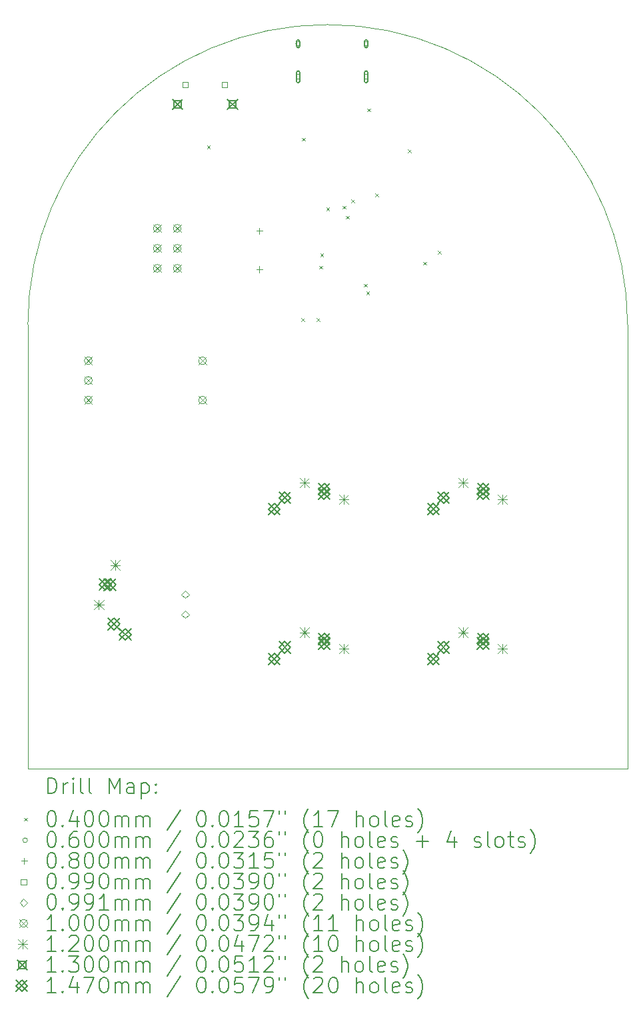
<source format=gbr>
%FSLAX45Y45*%
G04 Gerber Fmt 4.5, Leading zero omitted, Abs format (unit mm)*
G04 Created by KiCad (PCBNEW (6.0.2)) date 2022-05-21 08:25:41*
%MOMM*%
%LPD*%
G01*
G04 APERTURE LIST*
%TA.AperFunction,Profile*%
%ADD10C,0.100000*%
%TD*%
%ADD11C,0.200000*%
%ADD12C,0.040000*%
%ADD13C,0.060000*%
%ADD14C,0.080000*%
%ADD15C,0.099000*%
%ADD16C,0.099060*%
%ADD17C,0.100000*%
%ADD18C,0.120000*%
%ADD19C,0.130000*%
%ADD20C,0.147000*%
G04 APERTURE END LIST*
D10*
X9263000Y-13505400D02*
X16883000Y-13505400D01*
X16883000Y-7866600D02*
G75*
G03*
X9263000Y-7866600I-3810000J0D01*
G01*
X9263000Y-13505400D02*
X9263000Y-7866600D01*
X16883000Y-13505400D02*
X16883000Y-7866600D01*
D11*
D12*
X11539000Y-5590000D02*
X11579000Y-5630000D01*
X11579000Y-5590000D02*
X11539000Y-5630000D01*
X12735000Y-7786000D02*
X12775000Y-7826000D01*
X12775000Y-7786000D02*
X12735000Y-7826000D01*
X12746000Y-5493000D02*
X12786000Y-5533000D01*
X12786000Y-5493000D02*
X12746000Y-5533000D01*
X12931000Y-7786000D02*
X12971000Y-7826000D01*
X12971000Y-7786000D02*
X12931000Y-7826000D01*
X12964000Y-7120000D02*
X13004000Y-7160000D01*
X13004000Y-7120000D02*
X12964000Y-7160000D01*
X12978000Y-6965000D02*
X13018000Y-7005000D01*
X13018000Y-6965000D02*
X12978000Y-7005000D01*
X13054000Y-6381000D02*
X13094000Y-6421000D01*
X13094000Y-6381000D02*
X13054000Y-6421000D01*
X13265000Y-6358000D02*
X13305000Y-6398000D01*
X13305000Y-6358000D02*
X13265000Y-6398000D01*
X13302000Y-6485000D02*
X13342000Y-6525000D01*
X13342000Y-6485000D02*
X13302000Y-6525000D01*
X13370000Y-6275000D02*
X13410000Y-6315000D01*
X13410000Y-6275000D02*
X13370000Y-6315000D01*
X13533000Y-7347000D02*
X13573000Y-7387000D01*
X13573000Y-7347000D02*
X13533000Y-7387000D01*
X13563000Y-7448000D02*
X13603000Y-7488000D01*
X13603000Y-7448000D02*
X13563000Y-7488000D01*
X13576000Y-5121000D02*
X13616000Y-5161000D01*
X13616000Y-5121000D02*
X13576000Y-5161000D01*
X13674000Y-6200000D02*
X13714000Y-6240000D01*
X13714000Y-6200000D02*
X13674000Y-6240000D01*
X14094000Y-5641000D02*
X14134000Y-5681000D01*
X14134000Y-5641000D02*
X14094000Y-5681000D01*
X14288000Y-7068000D02*
X14328000Y-7108000D01*
X14328000Y-7068000D02*
X14288000Y-7108000D01*
X14473000Y-6931000D02*
X14513000Y-6971000D01*
X14513000Y-6931000D02*
X14473000Y-6971000D01*
D13*
X12727000Y-4300750D02*
G75*
G03*
X12727000Y-4300750I-30000J0D01*
G01*
D11*
X12717000Y-4330750D02*
X12717000Y-4270750D01*
X12677000Y-4330750D02*
X12677000Y-4270750D01*
X12717000Y-4270750D02*
G75*
G03*
X12677000Y-4270750I-20000J0D01*
G01*
X12677000Y-4330750D02*
G75*
G03*
X12717000Y-4330750I20000J0D01*
G01*
D13*
X12727000Y-4718750D02*
G75*
G03*
X12727000Y-4718750I-30000J0D01*
G01*
D11*
X12717000Y-4773750D02*
X12717000Y-4663750D01*
X12677000Y-4773750D02*
X12677000Y-4663750D01*
X12717000Y-4663750D02*
G75*
G03*
X12677000Y-4663750I-20000J0D01*
G01*
X12677000Y-4773750D02*
G75*
G03*
X12717000Y-4773750I20000J0D01*
G01*
D13*
X13591000Y-4300750D02*
G75*
G03*
X13591000Y-4300750I-30000J0D01*
G01*
D11*
X13581000Y-4330750D02*
X13581000Y-4270750D01*
X13541000Y-4330750D02*
X13541000Y-4270750D01*
X13581000Y-4270750D02*
G75*
G03*
X13541000Y-4270750I-20000J0D01*
G01*
X13541000Y-4330750D02*
G75*
G03*
X13581000Y-4330750I20000J0D01*
G01*
D13*
X13591000Y-4718750D02*
G75*
G03*
X13591000Y-4718750I-30000J0D01*
G01*
D11*
X13581000Y-4773750D02*
X13581000Y-4663750D01*
X13541000Y-4773750D02*
X13541000Y-4663750D01*
X13581000Y-4663750D02*
G75*
G03*
X13541000Y-4663750I-20000J0D01*
G01*
X13541000Y-4773750D02*
G75*
G03*
X13581000Y-4773750I20000J0D01*
G01*
D14*
X12206000Y-6637000D02*
X12206000Y-6717000D01*
X12166000Y-6677000D02*
X12246000Y-6677000D01*
X12206000Y-7125000D02*
X12206000Y-7205000D01*
X12166000Y-7165000D02*
X12246000Y-7165000D01*
D15*
X11298302Y-4855252D02*
X11298302Y-4785248D01*
X11228298Y-4785248D01*
X11228298Y-4855252D01*
X11298302Y-4855252D01*
X11798302Y-4855252D02*
X11798302Y-4785248D01*
X11728298Y-4785248D01*
X11728298Y-4855252D01*
X11798302Y-4855252D01*
D16*
X11264200Y-11342330D02*
X11313730Y-11292800D01*
X11264200Y-11243270D01*
X11214670Y-11292800D01*
X11264200Y-11342330D01*
X11264200Y-11596330D02*
X11313730Y-11546800D01*
X11264200Y-11497270D01*
X11214670Y-11546800D01*
X11264200Y-11596330D01*
D17*
X9981600Y-8275000D02*
X10081600Y-8375000D01*
X10081600Y-8275000D02*
X9981600Y-8375000D01*
X10081600Y-8325000D02*
G75*
G03*
X10081600Y-8325000I-50000J0D01*
G01*
X9981600Y-8525000D02*
X10081600Y-8625000D01*
X10081600Y-8525000D02*
X9981600Y-8625000D01*
X10081600Y-8575000D02*
G75*
G03*
X10081600Y-8575000I-50000J0D01*
G01*
X9981600Y-8775000D02*
X10081600Y-8875000D01*
X10081600Y-8775000D02*
X9981600Y-8875000D01*
X10081600Y-8825000D02*
G75*
G03*
X10081600Y-8825000I-50000J0D01*
G01*
X10856750Y-6594500D02*
X10956750Y-6694500D01*
X10956750Y-6594500D02*
X10856750Y-6694500D01*
X10956750Y-6644500D02*
G75*
G03*
X10956750Y-6644500I-50000J0D01*
G01*
X10856750Y-6848500D02*
X10956750Y-6948500D01*
X10956750Y-6848500D02*
X10856750Y-6948500D01*
X10956750Y-6898500D02*
G75*
G03*
X10956750Y-6898500I-50000J0D01*
G01*
X10856750Y-7102500D02*
X10956750Y-7202500D01*
X10956750Y-7102500D02*
X10856750Y-7202500D01*
X10956750Y-7152500D02*
G75*
G03*
X10956750Y-7152500I-50000J0D01*
G01*
X11110750Y-6594500D02*
X11210750Y-6694500D01*
X11210750Y-6594500D02*
X11110750Y-6694500D01*
X11210750Y-6644500D02*
G75*
G03*
X11210750Y-6644500I-50000J0D01*
G01*
X11110750Y-6848500D02*
X11210750Y-6948500D01*
X11210750Y-6848500D02*
X11110750Y-6948500D01*
X11210750Y-6898500D02*
G75*
G03*
X11210750Y-6898500I-50000J0D01*
G01*
X11110750Y-7102500D02*
X11210750Y-7202500D01*
X11210750Y-7102500D02*
X11110750Y-7202500D01*
X11210750Y-7152500D02*
G75*
G03*
X11210750Y-7152500I-50000J0D01*
G01*
X11431600Y-8275000D02*
X11531600Y-8375000D01*
X11531600Y-8275000D02*
X11431600Y-8375000D01*
X11531600Y-8325000D02*
G75*
G03*
X11531600Y-8325000I-50000J0D01*
G01*
X11431600Y-8775000D02*
X11531600Y-8875000D01*
X11531600Y-8775000D02*
X11431600Y-8875000D01*
X11531600Y-8825000D02*
G75*
G03*
X11531600Y-8825000I-50000J0D01*
G01*
D18*
X10106200Y-11359800D02*
X10226200Y-11479800D01*
X10226200Y-11359800D02*
X10106200Y-11479800D01*
X10166200Y-11359800D02*
X10166200Y-11479800D01*
X10106200Y-11419800D02*
X10226200Y-11419800D01*
X10316200Y-10859800D02*
X10436200Y-10979800D01*
X10436200Y-10859800D02*
X10316200Y-10979800D01*
X10376200Y-10859800D02*
X10376200Y-10979800D01*
X10316200Y-10919800D02*
X10436200Y-10919800D01*
X12716200Y-9814800D02*
X12836200Y-9934800D01*
X12836200Y-9814800D02*
X12716200Y-9934800D01*
X12776200Y-9814800D02*
X12776200Y-9934800D01*
X12716200Y-9874800D02*
X12836200Y-9874800D01*
X12716200Y-11714800D02*
X12836200Y-11834800D01*
X12836200Y-11714800D02*
X12716200Y-11834800D01*
X12776200Y-11714800D02*
X12776200Y-11834800D01*
X12716200Y-11774800D02*
X12836200Y-11774800D01*
X13216200Y-10024800D02*
X13336200Y-10144800D01*
X13336200Y-10024800D02*
X13216200Y-10144800D01*
X13276200Y-10024800D02*
X13276200Y-10144800D01*
X13216200Y-10084800D02*
X13336200Y-10084800D01*
X13216200Y-11924800D02*
X13336200Y-12044800D01*
X13336200Y-11924800D02*
X13216200Y-12044800D01*
X13276200Y-11924800D02*
X13276200Y-12044800D01*
X13216200Y-11984800D02*
X13336200Y-11984800D01*
X14736200Y-9814800D02*
X14856200Y-9934800D01*
X14856200Y-9814800D02*
X14736200Y-9934800D01*
X14796200Y-9814800D02*
X14796200Y-9934800D01*
X14736200Y-9874800D02*
X14856200Y-9874800D01*
X14736200Y-11714800D02*
X14856200Y-11834800D01*
X14856200Y-11714800D02*
X14736200Y-11834800D01*
X14796200Y-11714800D02*
X14796200Y-11834800D01*
X14736200Y-11774800D02*
X14856200Y-11774800D01*
X15236200Y-10024800D02*
X15356200Y-10144800D01*
X15356200Y-10024800D02*
X15236200Y-10144800D01*
X15296200Y-10024800D02*
X15296200Y-10144800D01*
X15236200Y-10084800D02*
X15356200Y-10084800D01*
X15236200Y-11924800D02*
X15356200Y-12044800D01*
X15356200Y-11924800D02*
X15236200Y-12044800D01*
X15296200Y-11924800D02*
X15296200Y-12044800D01*
X15236200Y-11984800D02*
X15356200Y-11984800D01*
D19*
X11098300Y-5004250D02*
X11228300Y-5134250D01*
X11228300Y-5004250D02*
X11098300Y-5134250D01*
X11209262Y-5115212D02*
X11209262Y-5023288D01*
X11117338Y-5023288D01*
X11117338Y-5115212D01*
X11209262Y-5115212D01*
X11799300Y-5004250D02*
X11929300Y-5134250D01*
X11929300Y-5004250D02*
X11799300Y-5134250D01*
X11910262Y-5115212D02*
X11910262Y-5023288D01*
X11818338Y-5023288D01*
X11818338Y-5115212D01*
X11910262Y-5115212D01*
D20*
X10174700Y-11092300D02*
X10321700Y-11239300D01*
X10321700Y-11092300D02*
X10174700Y-11239300D01*
X10248200Y-11239300D02*
X10321700Y-11165800D01*
X10248200Y-11092300D01*
X10174700Y-11165800D01*
X10248200Y-11239300D01*
X10232700Y-11096300D02*
X10379700Y-11243300D01*
X10379700Y-11096300D02*
X10232700Y-11243300D01*
X10306200Y-11243300D02*
X10379700Y-11169800D01*
X10306200Y-11096300D01*
X10232700Y-11169800D01*
X10306200Y-11243300D01*
X10282700Y-11596300D02*
X10429700Y-11743300D01*
X10429700Y-11596300D02*
X10282700Y-11743300D01*
X10356200Y-11743300D02*
X10429700Y-11669800D01*
X10356200Y-11596300D01*
X10282700Y-11669800D01*
X10356200Y-11743300D01*
X10428700Y-11727300D02*
X10575700Y-11874300D01*
X10575700Y-11727300D02*
X10428700Y-11874300D01*
X10502200Y-11874300D02*
X10575700Y-11800800D01*
X10502200Y-11727300D01*
X10428700Y-11800800D01*
X10502200Y-11874300D01*
X12321700Y-10137300D02*
X12468700Y-10284300D01*
X12468700Y-10137300D02*
X12321700Y-10284300D01*
X12395200Y-10284300D02*
X12468700Y-10210800D01*
X12395200Y-10137300D01*
X12321700Y-10210800D01*
X12395200Y-10284300D01*
X12321700Y-12037300D02*
X12468700Y-12184300D01*
X12468700Y-12037300D02*
X12321700Y-12184300D01*
X12395200Y-12184300D02*
X12468700Y-12110800D01*
X12395200Y-12037300D01*
X12321700Y-12110800D01*
X12395200Y-12184300D01*
X12452700Y-9991300D02*
X12599700Y-10138300D01*
X12599700Y-9991300D02*
X12452700Y-10138300D01*
X12526200Y-10138300D02*
X12599700Y-10064800D01*
X12526200Y-9991300D01*
X12452700Y-10064800D01*
X12526200Y-10138300D01*
X12452700Y-11891300D02*
X12599700Y-12038300D01*
X12599700Y-11891300D02*
X12452700Y-12038300D01*
X12526200Y-12038300D02*
X12599700Y-11964800D01*
X12526200Y-11891300D01*
X12452700Y-11964800D01*
X12526200Y-12038300D01*
X12952700Y-9941300D02*
X13099700Y-10088300D01*
X13099700Y-9941300D02*
X12952700Y-10088300D01*
X13026200Y-10088300D02*
X13099700Y-10014800D01*
X13026200Y-9941300D01*
X12952700Y-10014800D01*
X13026200Y-10088300D01*
X12952700Y-11841300D02*
X13099700Y-11988300D01*
X13099700Y-11841300D02*
X12952700Y-11988300D01*
X13026200Y-11988300D02*
X13099700Y-11914800D01*
X13026200Y-11841300D01*
X12952700Y-11914800D01*
X13026200Y-11988300D01*
X12956700Y-9883300D02*
X13103700Y-10030300D01*
X13103700Y-9883300D02*
X12956700Y-10030300D01*
X13030200Y-10030300D02*
X13103700Y-9956800D01*
X13030200Y-9883300D01*
X12956700Y-9956800D01*
X13030200Y-10030300D01*
X12956700Y-11783300D02*
X13103700Y-11930300D01*
X13103700Y-11783300D02*
X12956700Y-11930300D01*
X13030200Y-11930300D02*
X13103700Y-11856800D01*
X13030200Y-11783300D01*
X12956700Y-11856800D01*
X13030200Y-11930300D01*
X14341700Y-10137300D02*
X14488700Y-10284300D01*
X14488700Y-10137300D02*
X14341700Y-10284300D01*
X14415200Y-10284300D02*
X14488700Y-10210800D01*
X14415200Y-10137300D01*
X14341700Y-10210800D01*
X14415200Y-10284300D01*
X14341700Y-12037300D02*
X14488700Y-12184300D01*
X14488700Y-12037300D02*
X14341700Y-12184300D01*
X14415200Y-12184300D02*
X14488700Y-12110800D01*
X14415200Y-12037300D01*
X14341700Y-12110800D01*
X14415200Y-12184300D01*
X14472700Y-9991300D02*
X14619700Y-10138300D01*
X14619700Y-9991300D02*
X14472700Y-10138300D01*
X14546200Y-10138300D02*
X14619700Y-10064800D01*
X14546200Y-9991300D01*
X14472700Y-10064800D01*
X14546200Y-10138300D01*
X14472700Y-11891300D02*
X14619700Y-12038300D01*
X14619700Y-11891300D02*
X14472700Y-12038300D01*
X14546200Y-12038300D02*
X14619700Y-11964800D01*
X14546200Y-11891300D01*
X14472700Y-11964800D01*
X14546200Y-12038300D01*
X14972700Y-9941300D02*
X15119700Y-10088300D01*
X15119700Y-9941300D02*
X14972700Y-10088300D01*
X15046200Y-10088300D02*
X15119700Y-10014800D01*
X15046200Y-9941300D01*
X14972700Y-10014800D01*
X15046200Y-10088300D01*
X14972700Y-11841300D02*
X15119700Y-11988300D01*
X15119700Y-11841300D02*
X14972700Y-11988300D01*
X15046200Y-11988300D02*
X15119700Y-11914800D01*
X15046200Y-11841300D01*
X14972700Y-11914800D01*
X15046200Y-11988300D01*
X14976700Y-9883300D02*
X15123700Y-10030300D01*
X15123700Y-9883300D02*
X14976700Y-10030300D01*
X15050200Y-10030300D02*
X15123700Y-9956800D01*
X15050200Y-9883300D01*
X14976700Y-9956800D01*
X15050200Y-10030300D01*
X14976700Y-11783300D02*
X15123700Y-11930300D01*
X15123700Y-11783300D02*
X14976700Y-11930300D01*
X15050200Y-11930300D02*
X15123700Y-11856800D01*
X15050200Y-11783300D01*
X14976700Y-11856800D01*
X15050200Y-11930300D01*
D11*
X9515619Y-13820876D02*
X9515619Y-13620876D01*
X9563238Y-13620876D01*
X9591810Y-13630400D01*
X9610857Y-13649448D01*
X9620381Y-13668495D01*
X9629905Y-13706590D01*
X9629905Y-13735162D01*
X9620381Y-13773257D01*
X9610857Y-13792305D01*
X9591810Y-13811352D01*
X9563238Y-13820876D01*
X9515619Y-13820876D01*
X9715619Y-13820876D02*
X9715619Y-13687543D01*
X9715619Y-13725638D02*
X9725143Y-13706590D01*
X9734667Y-13697067D01*
X9753714Y-13687543D01*
X9772762Y-13687543D01*
X9839429Y-13820876D02*
X9839429Y-13687543D01*
X9839429Y-13620876D02*
X9829905Y-13630400D01*
X9839429Y-13639924D01*
X9848952Y-13630400D01*
X9839429Y-13620876D01*
X9839429Y-13639924D01*
X9963238Y-13820876D02*
X9944190Y-13811352D01*
X9934667Y-13792305D01*
X9934667Y-13620876D01*
X10068000Y-13820876D02*
X10048952Y-13811352D01*
X10039429Y-13792305D01*
X10039429Y-13620876D01*
X10296571Y-13820876D02*
X10296571Y-13620876D01*
X10363238Y-13763733D01*
X10429905Y-13620876D01*
X10429905Y-13820876D01*
X10610857Y-13820876D02*
X10610857Y-13716114D01*
X10601333Y-13697067D01*
X10582286Y-13687543D01*
X10544190Y-13687543D01*
X10525143Y-13697067D01*
X10610857Y-13811352D02*
X10591810Y-13820876D01*
X10544190Y-13820876D01*
X10525143Y-13811352D01*
X10515619Y-13792305D01*
X10515619Y-13773257D01*
X10525143Y-13754209D01*
X10544190Y-13744686D01*
X10591810Y-13744686D01*
X10610857Y-13735162D01*
X10706095Y-13687543D02*
X10706095Y-13887543D01*
X10706095Y-13697067D02*
X10725143Y-13687543D01*
X10763238Y-13687543D01*
X10782286Y-13697067D01*
X10791810Y-13706590D01*
X10801333Y-13725638D01*
X10801333Y-13782781D01*
X10791810Y-13801828D01*
X10782286Y-13811352D01*
X10763238Y-13820876D01*
X10725143Y-13820876D01*
X10706095Y-13811352D01*
X10887048Y-13801828D02*
X10896571Y-13811352D01*
X10887048Y-13820876D01*
X10877524Y-13811352D01*
X10887048Y-13801828D01*
X10887048Y-13820876D01*
X10887048Y-13697067D02*
X10896571Y-13706590D01*
X10887048Y-13716114D01*
X10877524Y-13706590D01*
X10887048Y-13697067D01*
X10887048Y-13716114D01*
D12*
X9218000Y-14130400D02*
X9258000Y-14170400D01*
X9258000Y-14130400D02*
X9218000Y-14170400D01*
D11*
X9553714Y-14040876D02*
X9572762Y-14040876D01*
X9591810Y-14050400D01*
X9601333Y-14059924D01*
X9610857Y-14078971D01*
X9620381Y-14117067D01*
X9620381Y-14164686D01*
X9610857Y-14202781D01*
X9601333Y-14221828D01*
X9591810Y-14231352D01*
X9572762Y-14240876D01*
X9553714Y-14240876D01*
X9534667Y-14231352D01*
X9525143Y-14221828D01*
X9515619Y-14202781D01*
X9506095Y-14164686D01*
X9506095Y-14117067D01*
X9515619Y-14078971D01*
X9525143Y-14059924D01*
X9534667Y-14050400D01*
X9553714Y-14040876D01*
X9706095Y-14221828D02*
X9715619Y-14231352D01*
X9706095Y-14240876D01*
X9696571Y-14231352D01*
X9706095Y-14221828D01*
X9706095Y-14240876D01*
X9887048Y-14107543D02*
X9887048Y-14240876D01*
X9839429Y-14031352D02*
X9791810Y-14174209D01*
X9915619Y-14174209D01*
X10029905Y-14040876D02*
X10048952Y-14040876D01*
X10068000Y-14050400D01*
X10077524Y-14059924D01*
X10087048Y-14078971D01*
X10096571Y-14117067D01*
X10096571Y-14164686D01*
X10087048Y-14202781D01*
X10077524Y-14221828D01*
X10068000Y-14231352D01*
X10048952Y-14240876D01*
X10029905Y-14240876D01*
X10010857Y-14231352D01*
X10001333Y-14221828D01*
X9991810Y-14202781D01*
X9982286Y-14164686D01*
X9982286Y-14117067D01*
X9991810Y-14078971D01*
X10001333Y-14059924D01*
X10010857Y-14050400D01*
X10029905Y-14040876D01*
X10220381Y-14040876D02*
X10239429Y-14040876D01*
X10258476Y-14050400D01*
X10268000Y-14059924D01*
X10277524Y-14078971D01*
X10287048Y-14117067D01*
X10287048Y-14164686D01*
X10277524Y-14202781D01*
X10268000Y-14221828D01*
X10258476Y-14231352D01*
X10239429Y-14240876D01*
X10220381Y-14240876D01*
X10201333Y-14231352D01*
X10191810Y-14221828D01*
X10182286Y-14202781D01*
X10172762Y-14164686D01*
X10172762Y-14117067D01*
X10182286Y-14078971D01*
X10191810Y-14059924D01*
X10201333Y-14050400D01*
X10220381Y-14040876D01*
X10372762Y-14240876D02*
X10372762Y-14107543D01*
X10372762Y-14126590D02*
X10382286Y-14117067D01*
X10401333Y-14107543D01*
X10429905Y-14107543D01*
X10448952Y-14117067D01*
X10458476Y-14136114D01*
X10458476Y-14240876D01*
X10458476Y-14136114D02*
X10468000Y-14117067D01*
X10487048Y-14107543D01*
X10515619Y-14107543D01*
X10534667Y-14117067D01*
X10544190Y-14136114D01*
X10544190Y-14240876D01*
X10639429Y-14240876D02*
X10639429Y-14107543D01*
X10639429Y-14126590D02*
X10648952Y-14117067D01*
X10668000Y-14107543D01*
X10696571Y-14107543D01*
X10715619Y-14117067D01*
X10725143Y-14136114D01*
X10725143Y-14240876D01*
X10725143Y-14136114D02*
X10734667Y-14117067D01*
X10753714Y-14107543D01*
X10782286Y-14107543D01*
X10801333Y-14117067D01*
X10810857Y-14136114D01*
X10810857Y-14240876D01*
X11201333Y-14031352D02*
X11029905Y-14288495D01*
X11458476Y-14040876D02*
X11477524Y-14040876D01*
X11496571Y-14050400D01*
X11506095Y-14059924D01*
X11515619Y-14078971D01*
X11525143Y-14117067D01*
X11525143Y-14164686D01*
X11515619Y-14202781D01*
X11506095Y-14221828D01*
X11496571Y-14231352D01*
X11477524Y-14240876D01*
X11458476Y-14240876D01*
X11439428Y-14231352D01*
X11429905Y-14221828D01*
X11420381Y-14202781D01*
X11410857Y-14164686D01*
X11410857Y-14117067D01*
X11420381Y-14078971D01*
X11429905Y-14059924D01*
X11439428Y-14050400D01*
X11458476Y-14040876D01*
X11610857Y-14221828D02*
X11620381Y-14231352D01*
X11610857Y-14240876D01*
X11601333Y-14231352D01*
X11610857Y-14221828D01*
X11610857Y-14240876D01*
X11744190Y-14040876D02*
X11763238Y-14040876D01*
X11782286Y-14050400D01*
X11791809Y-14059924D01*
X11801333Y-14078971D01*
X11810857Y-14117067D01*
X11810857Y-14164686D01*
X11801333Y-14202781D01*
X11791809Y-14221828D01*
X11782286Y-14231352D01*
X11763238Y-14240876D01*
X11744190Y-14240876D01*
X11725143Y-14231352D01*
X11715619Y-14221828D01*
X11706095Y-14202781D01*
X11696571Y-14164686D01*
X11696571Y-14117067D01*
X11706095Y-14078971D01*
X11715619Y-14059924D01*
X11725143Y-14050400D01*
X11744190Y-14040876D01*
X12001333Y-14240876D02*
X11887048Y-14240876D01*
X11944190Y-14240876D02*
X11944190Y-14040876D01*
X11925143Y-14069448D01*
X11906095Y-14088495D01*
X11887048Y-14098019D01*
X12182286Y-14040876D02*
X12087048Y-14040876D01*
X12077524Y-14136114D01*
X12087048Y-14126590D01*
X12106095Y-14117067D01*
X12153714Y-14117067D01*
X12172762Y-14126590D01*
X12182286Y-14136114D01*
X12191809Y-14155162D01*
X12191809Y-14202781D01*
X12182286Y-14221828D01*
X12172762Y-14231352D01*
X12153714Y-14240876D01*
X12106095Y-14240876D01*
X12087048Y-14231352D01*
X12077524Y-14221828D01*
X12258476Y-14040876D02*
X12391809Y-14040876D01*
X12306095Y-14240876D01*
X12458476Y-14040876D02*
X12458476Y-14078971D01*
X12534667Y-14040876D02*
X12534667Y-14078971D01*
X12829905Y-14317067D02*
X12820381Y-14307543D01*
X12801333Y-14278971D01*
X12791809Y-14259924D01*
X12782286Y-14231352D01*
X12772762Y-14183733D01*
X12772762Y-14145638D01*
X12782286Y-14098019D01*
X12791809Y-14069448D01*
X12801333Y-14050400D01*
X12820381Y-14021828D01*
X12829905Y-14012305D01*
X13010857Y-14240876D02*
X12896571Y-14240876D01*
X12953714Y-14240876D02*
X12953714Y-14040876D01*
X12934667Y-14069448D01*
X12915619Y-14088495D01*
X12896571Y-14098019D01*
X13077524Y-14040876D02*
X13210857Y-14040876D01*
X13125143Y-14240876D01*
X13439428Y-14240876D02*
X13439428Y-14040876D01*
X13525143Y-14240876D02*
X13525143Y-14136114D01*
X13515619Y-14117067D01*
X13496571Y-14107543D01*
X13468000Y-14107543D01*
X13448952Y-14117067D01*
X13439428Y-14126590D01*
X13648952Y-14240876D02*
X13629905Y-14231352D01*
X13620381Y-14221828D01*
X13610857Y-14202781D01*
X13610857Y-14145638D01*
X13620381Y-14126590D01*
X13629905Y-14117067D01*
X13648952Y-14107543D01*
X13677524Y-14107543D01*
X13696571Y-14117067D01*
X13706095Y-14126590D01*
X13715619Y-14145638D01*
X13715619Y-14202781D01*
X13706095Y-14221828D01*
X13696571Y-14231352D01*
X13677524Y-14240876D01*
X13648952Y-14240876D01*
X13829905Y-14240876D02*
X13810857Y-14231352D01*
X13801333Y-14212305D01*
X13801333Y-14040876D01*
X13982286Y-14231352D02*
X13963238Y-14240876D01*
X13925143Y-14240876D01*
X13906095Y-14231352D01*
X13896571Y-14212305D01*
X13896571Y-14136114D01*
X13906095Y-14117067D01*
X13925143Y-14107543D01*
X13963238Y-14107543D01*
X13982286Y-14117067D01*
X13991809Y-14136114D01*
X13991809Y-14155162D01*
X13896571Y-14174209D01*
X14068000Y-14231352D02*
X14087048Y-14240876D01*
X14125143Y-14240876D01*
X14144190Y-14231352D01*
X14153714Y-14212305D01*
X14153714Y-14202781D01*
X14144190Y-14183733D01*
X14125143Y-14174209D01*
X14096571Y-14174209D01*
X14077524Y-14164686D01*
X14068000Y-14145638D01*
X14068000Y-14136114D01*
X14077524Y-14117067D01*
X14096571Y-14107543D01*
X14125143Y-14107543D01*
X14144190Y-14117067D01*
X14220381Y-14317067D02*
X14229905Y-14307543D01*
X14248952Y-14278971D01*
X14258476Y-14259924D01*
X14268000Y-14231352D01*
X14277524Y-14183733D01*
X14277524Y-14145638D01*
X14268000Y-14098019D01*
X14258476Y-14069448D01*
X14248952Y-14050400D01*
X14229905Y-14021828D01*
X14220381Y-14012305D01*
D13*
X9258000Y-14414400D02*
G75*
G03*
X9258000Y-14414400I-30000J0D01*
G01*
D11*
X9553714Y-14304876D02*
X9572762Y-14304876D01*
X9591810Y-14314400D01*
X9601333Y-14323924D01*
X9610857Y-14342971D01*
X9620381Y-14381067D01*
X9620381Y-14428686D01*
X9610857Y-14466781D01*
X9601333Y-14485828D01*
X9591810Y-14495352D01*
X9572762Y-14504876D01*
X9553714Y-14504876D01*
X9534667Y-14495352D01*
X9525143Y-14485828D01*
X9515619Y-14466781D01*
X9506095Y-14428686D01*
X9506095Y-14381067D01*
X9515619Y-14342971D01*
X9525143Y-14323924D01*
X9534667Y-14314400D01*
X9553714Y-14304876D01*
X9706095Y-14485828D02*
X9715619Y-14495352D01*
X9706095Y-14504876D01*
X9696571Y-14495352D01*
X9706095Y-14485828D01*
X9706095Y-14504876D01*
X9887048Y-14304876D02*
X9848952Y-14304876D01*
X9829905Y-14314400D01*
X9820381Y-14323924D01*
X9801333Y-14352495D01*
X9791810Y-14390590D01*
X9791810Y-14466781D01*
X9801333Y-14485828D01*
X9810857Y-14495352D01*
X9829905Y-14504876D01*
X9868000Y-14504876D01*
X9887048Y-14495352D01*
X9896571Y-14485828D01*
X9906095Y-14466781D01*
X9906095Y-14419162D01*
X9896571Y-14400114D01*
X9887048Y-14390590D01*
X9868000Y-14381067D01*
X9829905Y-14381067D01*
X9810857Y-14390590D01*
X9801333Y-14400114D01*
X9791810Y-14419162D01*
X10029905Y-14304876D02*
X10048952Y-14304876D01*
X10068000Y-14314400D01*
X10077524Y-14323924D01*
X10087048Y-14342971D01*
X10096571Y-14381067D01*
X10096571Y-14428686D01*
X10087048Y-14466781D01*
X10077524Y-14485828D01*
X10068000Y-14495352D01*
X10048952Y-14504876D01*
X10029905Y-14504876D01*
X10010857Y-14495352D01*
X10001333Y-14485828D01*
X9991810Y-14466781D01*
X9982286Y-14428686D01*
X9982286Y-14381067D01*
X9991810Y-14342971D01*
X10001333Y-14323924D01*
X10010857Y-14314400D01*
X10029905Y-14304876D01*
X10220381Y-14304876D02*
X10239429Y-14304876D01*
X10258476Y-14314400D01*
X10268000Y-14323924D01*
X10277524Y-14342971D01*
X10287048Y-14381067D01*
X10287048Y-14428686D01*
X10277524Y-14466781D01*
X10268000Y-14485828D01*
X10258476Y-14495352D01*
X10239429Y-14504876D01*
X10220381Y-14504876D01*
X10201333Y-14495352D01*
X10191810Y-14485828D01*
X10182286Y-14466781D01*
X10172762Y-14428686D01*
X10172762Y-14381067D01*
X10182286Y-14342971D01*
X10191810Y-14323924D01*
X10201333Y-14314400D01*
X10220381Y-14304876D01*
X10372762Y-14504876D02*
X10372762Y-14371543D01*
X10372762Y-14390590D02*
X10382286Y-14381067D01*
X10401333Y-14371543D01*
X10429905Y-14371543D01*
X10448952Y-14381067D01*
X10458476Y-14400114D01*
X10458476Y-14504876D01*
X10458476Y-14400114D02*
X10468000Y-14381067D01*
X10487048Y-14371543D01*
X10515619Y-14371543D01*
X10534667Y-14381067D01*
X10544190Y-14400114D01*
X10544190Y-14504876D01*
X10639429Y-14504876D02*
X10639429Y-14371543D01*
X10639429Y-14390590D02*
X10648952Y-14381067D01*
X10668000Y-14371543D01*
X10696571Y-14371543D01*
X10715619Y-14381067D01*
X10725143Y-14400114D01*
X10725143Y-14504876D01*
X10725143Y-14400114D02*
X10734667Y-14381067D01*
X10753714Y-14371543D01*
X10782286Y-14371543D01*
X10801333Y-14381067D01*
X10810857Y-14400114D01*
X10810857Y-14504876D01*
X11201333Y-14295352D02*
X11029905Y-14552495D01*
X11458476Y-14304876D02*
X11477524Y-14304876D01*
X11496571Y-14314400D01*
X11506095Y-14323924D01*
X11515619Y-14342971D01*
X11525143Y-14381067D01*
X11525143Y-14428686D01*
X11515619Y-14466781D01*
X11506095Y-14485828D01*
X11496571Y-14495352D01*
X11477524Y-14504876D01*
X11458476Y-14504876D01*
X11439428Y-14495352D01*
X11429905Y-14485828D01*
X11420381Y-14466781D01*
X11410857Y-14428686D01*
X11410857Y-14381067D01*
X11420381Y-14342971D01*
X11429905Y-14323924D01*
X11439428Y-14314400D01*
X11458476Y-14304876D01*
X11610857Y-14485828D02*
X11620381Y-14495352D01*
X11610857Y-14504876D01*
X11601333Y-14495352D01*
X11610857Y-14485828D01*
X11610857Y-14504876D01*
X11744190Y-14304876D02*
X11763238Y-14304876D01*
X11782286Y-14314400D01*
X11791809Y-14323924D01*
X11801333Y-14342971D01*
X11810857Y-14381067D01*
X11810857Y-14428686D01*
X11801333Y-14466781D01*
X11791809Y-14485828D01*
X11782286Y-14495352D01*
X11763238Y-14504876D01*
X11744190Y-14504876D01*
X11725143Y-14495352D01*
X11715619Y-14485828D01*
X11706095Y-14466781D01*
X11696571Y-14428686D01*
X11696571Y-14381067D01*
X11706095Y-14342971D01*
X11715619Y-14323924D01*
X11725143Y-14314400D01*
X11744190Y-14304876D01*
X11887048Y-14323924D02*
X11896571Y-14314400D01*
X11915619Y-14304876D01*
X11963238Y-14304876D01*
X11982286Y-14314400D01*
X11991809Y-14323924D01*
X12001333Y-14342971D01*
X12001333Y-14362019D01*
X11991809Y-14390590D01*
X11877524Y-14504876D01*
X12001333Y-14504876D01*
X12068000Y-14304876D02*
X12191809Y-14304876D01*
X12125143Y-14381067D01*
X12153714Y-14381067D01*
X12172762Y-14390590D01*
X12182286Y-14400114D01*
X12191809Y-14419162D01*
X12191809Y-14466781D01*
X12182286Y-14485828D01*
X12172762Y-14495352D01*
X12153714Y-14504876D01*
X12096571Y-14504876D01*
X12077524Y-14495352D01*
X12068000Y-14485828D01*
X12363238Y-14304876D02*
X12325143Y-14304876D01*
X12306095Y-14314400D01*
X12296571Y-14323924D01*
X12277524Y-14352495D01*
X12268000Y-14390590D01*
X12268000Y-14466781D01*
X12277524Y-14485828D01*
X12287048Y-14495352D01*
X12306095Y-14504876D01*
X12344190Y-14504876D01*
X12363238Y-14495352D01*
X12372762Y-14485828D01*
X12382286Y-14466781D01*
X12382286Y-14419162D01*
X12372762Y-14400114D01*
X12363238Y-14390590D01*
X12344190Y-14381067D01*
X12306095Y-14381067D01*
X12287048Y-14390590D01*
X12277524Y-14400114D01*
X12268000Y-14419162D01*
X12458476Y-14304876D02*
X12458476Y-14342971D01*
X12534667Y-14304876D02*
X12534667Y-14342971D01*
X12829905Y-14581067D02*
X12820381Y-14571543D01*
X12801333Y-14542971D01*
X12791809Y-14523924D01*
X12782286Y-14495352D01*
X12772762Y-14447733D01*
X12772762Y-14409638D01*
X12782286Y-14362019D01*
X12791809Y-14333448D01*
X12801333Y-14314400D01*
X12820381Y-14285828D01*
X12829905Y-14276305D01*
X12944190Y-14304876D02*
X12963238Y-14304876D01*
X12982286Y-14314400D01*
X12991809Y-14323924D01*
X13001333Y-14342971D01*
X13010857Y-14381067D01*
X13010857Y-14428686D01*
X13001333Y-14466781D01*
X12991809Y-14485828D01*
X12982286Y-14495352D01*
X12963238Y-14504876D01*
X12944190Y-14504876D01*
X12925143Y-14495352D01*
X12915619Y-14485828D01*
X12906095Y-14466781D01*
X12896571Y-14428686D01*
X12896571Y-14381067D01*
X12906095Y-14342971D01*
X12915619Y-14323924D01*
X12925143Y-14314400D01*
X12944190Y-14304876D01*
X13248952Y-14504876D02*
X13248952Y-14304876D01*
X13334667Y-14504876D02*
X13334667Y-14400114D01*
X13325143Y-14381067D01*
X13306095Y-14371543D01*
X13277524Y-14371543D01*
X13258476Y-14381067D01*
X13248952Y-14390590D01*
X13458476Y-14504876D02*
X13439428Y-14495352D01*
X13429905Y-14485828D01*
X13420381Y-14466781D01*
X13420381Y-14409638D01*
X13429905Y-14390590D01*
X13439428Y-14381067D01*
X13458476Y-14371543D01*
X13487048Y-14371543D01*
X13506095Y-14381067D01*
X13515619Y-14390590D01*
X13525143Y-14409638D01*
X13525143Y-14466781D01*
X13515619Y-14485828D01*
X13506095Y-14495352D01*
X13487048Y-14504876D01*
X13458476Y-14504876D01*
X13639428Y-14504876D02*
X13620381Y-14495352D01*
X13610857Y-14476305D01*
X13610857Y-14304876D01*
X13791809Y-14495352D02*
X13772762Y-14504876D01*
X13734667Y-14504876D01*
X13715619Y-14495352D01*
X13706095Y-14476305D01*
X13706095Y-14400114D01*
X13715619Y-14381067D01*
X13734667Y-14371543D01*
X13772762Y-14371543D01*
X13791809Y-14381067D01*
X13801333Y-14400114D01*
X13801333Y-14419162D01*
X13706095Y-14438209D01*
X13877524Y-14495352D02*
X13896571Y-14504876D01*
X13934667Y-14504876D01*
X13953714Y-14495352D01*
X13963238Y-14476305D01*
X13963238Y-14466781D01*
X13953714Y-14447733D01*
X13934667Y-14438209D01*
X13906095Y-14438209D01*
X13887048Y-14428686D01*
X13877524Y-14409638D01*
X13877524Y-14400114D01*
X13887048Y-14381067D01*
X13906095Y-14371543D01*
X13934667Y-14371543D01*
X13953714Y-14381067D01*
X14201333Y-14428686D02*
X14353714Y-14428686D01*
X14277524Y-14504876D02*
X14277524Y-14352495D01*
X14687048Y-14371543D02*
X14687048Y-14504876D01*
X14639428Y-14295352D02*
X14591809Y-14438209D01*
X14715619Y-14438209D01*
X14934667Y-14495352D02*
X14953714Y-14504876D01*
X14991809Y-14504876D01*
X15010857Y-14495352D01*
X15020381Y-14476305D01*
X15020381Y-14466781D01*
X15010857Y-14447733D01*
X14991809Y-14438209D01*
X14963238Y-14438209D01*
X14944190Y-14428686D01*
X14934667Y-14409638D01*
X14934667Y-14400114D01*
X14944190Y-14381067D01*
X14963238Y-14371543D01*
X14991809Y-14371543D01*
X15010857Y-14381067D01*
X15134667Y-14504876D02*
X15115619Y-14495352D01*
X15106095Y-14476305D01*
X15106095Y-14304876D01*
X15239428Y-14504876D02*
X15220381Y-14495352D01*
X15210857Y-14485828D01*
X15201333Y-14466781D01*
X15201333Y-14409638D01*
X15210857Y-14390590D01*
X15220381Y-14381067D01*
X15239428Y-14371543D01*
X15268000Y-14371543D01*
X15287048Y-14381067D01*
X15296571Y-14390590D01*
X15306095Y-14409638D01*
X15306095Y-14466781D01*
X15296571Y-14485828D01*
X15287048Y-14495352D01*
X15268000Y-14504876D01*
X15239428Y-14504876D01*
X15363238Y-14371543D02*
X15439428Y-14371543D01*
X15391809Y-14304876D02*
X15391809Y-14476305D01*
X15401333Y-14495352D01*
X15420381Y-14504876D01*
X15439428Y-14504876D01*
X15496571Y-14495352D02*
X15515619Y-14504876D01*
X15553714Y-14504876D01*
X15572762Y-14495352D01*
X15582286Y-14476305D01*
X15582286Y-14466781D01*
X15572762Y-14447733D01*
X15553714Y-14438209D01*
X15525143Y-14438209D01*
X15506095Y-14428686D01*
X15496571Y-14409638D01*
X15496571Y-14400114D01*
X15506095Y-14381067D01*
X15525143Y-14371543D01*
X15553714Y-14371543D01*
X15572762Y-14381067D01*
X15648952Y-14581067D02*
X15658476Y-14571543D01*
X15677524Y-14542971D01*
X15687048Y-14523924D01*
X15696571Y-14495352D01*
X15706095Y-14447733D01*
X15706095Y-14409638D01*
X15696571Y-14362019D01*
X15687048Y-14333448D01*
X15677524Y-14314400D01*
X15658476Y-14285828D01*
X15648952Y-14276305D01*
D14*
X9218000Y-14638400D02*
X9218000Y-14718400D01*
X9178000Y-14678400D02*
X9258000Y-14678400D01*
D11*
X9553714Y-14568876D02*
X9572762Y-14568876D01*
X9591810Y-14578400D01*
X9601333Y-14587924D01*
X9610857Y-14606971D01*
X9620381Y-14645067D01*
X9620381Y-14692686D01*
X9610857Y-14730781D01*
X9601333Y-14749828D01*
X9591810Y-14759352D01*
X9572762Y-14768876D01*
X9553714Y-14768876D01*
X9534667Y-14759352D01*
X9525143Y-14749828D01*
X9515619Y-14730781D01*
X9506095Y-14692686D01*
X9506095Y-14645067D01*
X9515619Y-14606971D01*
X9525143Y-14587924D01*
X9534667Y-14578400D01*
X9553714Y-14568876D01*
X9706095Y-14749828D02*
X9715619Y-14759352D01*
X9706095Y-14768876D01*
X9696571Y-14759352D01*
X9706095Y-14749828D01*
X9706095Y-14768876D01*
X9829905Y-14654590D02*
X9810857Y-14645067D01*
X9801333Y-14635543D01*
X9791810Y-14616495D01*
X9791810Y-14606971D01*
X9801333Y-14587924D01*
X9810857Y-14578400D01*
X9829905Y-14568876D01*
X9868000Y-14568876D01*
X9887048Y-14578400D01*
X9896571Y-14587924D01*
X9906095Y-14606971D01*
X9906095Y-14616495D01*
X9896571Y-14635543D01*
X9887048Y-14645067D01*
X9868000Y-14654590D01*
X9829905Y-14654590D01*
X9810857Y-14664114D01*
X9801333Y-14673638D01*
X9791810Y-14692686D01*
X9791810Y-14730781D01*
X9801333Y-14749828D01*
X9810857Y-14759352D01*
X9829905Y-14768876D01*
X9868000Y-14768876D01*
X9887048Y-14759352D01*
X9896571Y-14749828D01*
X9906095Y-14730781D01*
X9906095Y-14692686D01*
X9896571Y-14673638D01*
X9887048Y-14664114D01*
X9868000Y-14654590D01*
X10029905Y-14568876D02*
X10048952Y-14568876D01*
X10068000Y-14578400D01*
X10077524Y-14587924D01*
X10087048Y-14606971D01*
X10096571Y-14645067D01*
X10096571Y-14692686D01*
X10087048Y-14730781D01*
X10077524Y-14749828D01*
X10068000Y-14759352D01*
X10048952Y-14768876D01*
X10029905Y-14768876D01*
X10010857Y-14759352D01*
X10001333Y-14749828D01*
X9991810Y-14730781D01*
X9982286Y-14692686D01*
X9982286Y-14645067D01*
X9991810Y-14606971D01*
X10001333Y-14587924D01*
X10010857Y-14578400D01*
X10029905Y-14568876D01*
X10220381Y-14568876D02*
X10239429Y-14568876D01*
X10258476Y-14578400D01*
X10268000Y-14587924D01*
X10277524Y-14606971D01*
X10287048Y-14645067D01*
X10287048Y-14692686D01*
X10277524Y-14730781D01*
X10268000Y-14749828D01*
X10258476Y-14759352D01*
X10239429Y-14768876D01*
X10220381Y-14768876D01*
X10201333Y-14759352D01*
X10191810Y-14749828D01*
X10182286Y-14730781D01*
X10172762Y-14692686D01*
X10172762Y-14645067D01*
X10182286Y-14606971D01*
X10191810Y-14587924D01*
X10201333Y-14578400D01*
X10220381Y-14568876D01*
X10372762Y-14768876D02*
X10372762Y-14635543D01*
X10372762Y-14654590D02*
X10382286Y-14645067D01*
X10401333Y-14635543D01*
X10429905Y-14635543D01*
X10448952Y-14645067D01*
X10458476Y-14664114D01*
X10458476Y-14768876D01*
X10458476Y-14664114D02*
X10468000Y-14645067D01*
X10487048Y-14635543D01*
X10515619Y-14635543D01*
X10534667Y-14645067D01*
X10544190Y-14664114D01*
X10544190Y-14768876D01*
X10639429Y-14768876D02*
X10639429Y-14635543D01*
X10639429Y-14654590D02*
X10648952Y-14645067D01*
X10668000Y-14635543D01*
X10696571Y-14635543D01*
X10715619Y-14645067D01*
X10725143Y-14664114D01*
X10725143Y-14768876D01*
X10725143Y-14664114D02*
X10734667Y-14645067D01*
X10753714Y-14635543D01*
X10782286Y-14635543D01*
X10801333Y-14645067D01*
X10810857Y-14664114D01*
X10810857Y-14768876D01*
X11201333Y-14559352D02*
X11029905Y-14816495D01*
X11458476Y-14568876D02*
X11477524Y-14568876D01*
X11496571Y-14578400D01*
X11506095Y-14587924D01*
X11515619Y-14606971D01*
X11525143Y-14645067D01*
X11525143Y-14692686D01*
X11515619Y-14730781D01*
X11506095Y-14749828D01*
X11496571Y-14759352D01*
X11477524Y-14768876D01*
X11458476Y-14768876D01*
X11439428Y-14759352D01*
X11429905Y-14749828D01*
X11420381Y-14730781D01*
X11410857Y-14692686D01*
X11410857Y-14645067D01*
X11420381Y-14606971D01*
X11429905Y-14587924D01*
X11439428Y-14578400D01*
X11458476Y-14568876D01*
X11610857Y-14749828D02*
X11620381Y-14759352D01*
X11610857Y-14768876D01*
X11601333Y-14759352D01*
X11610857Y-14749828D01*
X11610857Y-14768876D01*
X11744190Y-14568876D02*
X11763238Y-14568876D01*
X11782286Y-14578400D01*
X11791809Y-14587924D01*
X11801333Y-14606971D01*
X11810857Y-14645067D01*
X11810857Y-14692686D01*
X11801333Y-14730781D01*
X11791809Y-14749828D01*
X11782286Y-14759352D01*
X11763238Y-14768876D01*
X11744190Y-14768876D01*
X11725143Y-14759352D01*
X11715619Y-14749828D01*
X11706095Y-14730781D01*
X11696571Y-14692686D01*
X11696571Y-14645067D01*
X11706095Y-14606971D01*
X11715619Y-14587924D01*
X11725143Y-14578400D01*
X11744190Y-14568876D01*
X11877524Y-14568876D02*
X12001333Y-14568876D01*
X11934667Y-14645067D01*
X11963238Y-14645067D01*
X11982286Y-14654590D01*
X11991809Y-14664114D01*
X12001333Y-14683162D01*
X12001333Y-14730781D01*
X11991809Y-14749828D01*
X11982286Y-14759352D01*
X11963238Y-14768876D01*
X11906095Y-14768876D01*
X11887048Y-14759352D01*
X11877524Y-14749828D01*
X12191809Y-14768876D02*
X12077524Y-14768876D01*
X12134667Y-14768876D02*
X12134667Y-14568876D01*
X12115619Y-14597448D01*
X12096571Y-14616495D01*
X12077524Y-14626019D01*
X12372762Y-14568876D02*
X12277524Y-14568876D01*
X12268000Y-14664114D01*
X12277524Y-14654590D01*
X12296571Y-14645067D01*
X12344190Y-14645067D01*
X12363238Y-14654590D01*
X12372762Y-14664114D01*
X12382286Y-14683162D01*
X12382286Y-14730781D01*
X12372762Y-14749828D01*
X12363238Y-14759352D01*
X12344190Y-14768876D01*
X12296571Y-14768876D01*
X12277524Y-14759352D01*
X12268000Y-14749828D01*
X12458476Y-14568876D02*
X12458476Y-14606971D01*
X12534667Y-14568876D02*
X12534667Y-14606971D01*
X12829905Y-14845067D02*
X12820381Y-14835543D01*
X12801333Y-14806971D01*
X12791809Y-14787924D01*
X12782286Y-14759352D01*
X12772762Y-14711733D01*
X12772762Y-14673638D01*
X12782286Y-14626019D01*
X12791809Y-14597448D01*
X12801333Y-14578400D01*
X12820381Y-14549828D01*
X12829905Y-14540305D01*
X12896571Y-14587924D02*
X12906095Y-14578400D01*
X12925143Y-14568876D01*
X12972762Y-14568876D01*
X12991809Y-14578400D01*
X13001333Y-14587924D01*
X13010857Y-14606971D01*
X13010857Y-14626019D01*
X13001333Y-14654590D01*
X12887048Y-14768876D01*
X13010857Y-14768876D01*
X13248952Y-14768876D02*
X13248952Y-14568876D01*
X13334667Y-14768876D02*
X13334667Y-14664114D01*
X13325143Y-14645067D01*
X13306095Y-14635543D01*
X13277524Y-14635543D01*
X13258476Y-14645067D01*
X13248952Y-14654590D01*
X13458476Y-14768876D02*
X13439428Y-14759352D01*
X13429905Y-14749828D01*
X13420381Y-14730781D01*
X13420381Y-14673638D01*
X13429905Y-14654590D01*
X13439428Y-14645067D01*
X13458476Y-14635543D01*
X13487048Y-14635543D01*
X13506095Y-14645067D01*
X13515619Y-14654590D01*
X13525143Y-14673638D01*
X13525143Y-14730781D01*
X13515619Y-14749828D01*
X13506095Y-14759352D01*
X13487048Y-14768876D01*
X13458476Y-14768876D01*
X13639428Y-14768876D02*
X13620381Y-14759352D01*
X13610857Y-14740305D01*
X13610857Y-14568876D01*
X13791809Y-14759352D02*
X13772762Y-14768876D01*
X13734667Y-14768876D01*
X13715619Y-14759352D01*
X13706095Y-14740305D01*
X13706095Y-14664114D01*
X13715619Y-14645067D01*
X13734667Y-14635543D01*
X13772762Y-14635543D01*
X13791809Y-14645067D01*
X13801333Y-14664114D01*
X13801333Y-14683162D01*
X13706095Y-14702209D01*
X13877524Y-14759352D02*
X13896571Y-14768876D01*
X13934667Y-14768876D01*
X13953714Y-14759352D01*
X13963238Y-14740305D01*
X13963238Y-14730781D01*
X13953714Y-14711733D01*
X13934667Y-14702209D01*
X13906095Y-14702209D01*
X13887048Y-14692686D01*
X13877524Y-14673638D01*
X13877524Y-14664114D01*
X13887048Y-14645067D01*
X13906095Y-14635543D01*
X13934667Y-14635543D01*
X13953714Y-14645067D01*
X14029905Y-14845067D02*
X14039428Y-14835543D01*
X14058476Y-14806971D01*
X14068000Y-14787924D01*
X14077524Y-14759352D01*
X14087048Y-14711733D01*
X14087048Y-14673638D01*
X14077524Y-14626019D01*
X14068000Y-14597448D01*
X14058476Y-14578400D01*
X14039428Y-14549828D01*
X14029905Y-14540305D01*
D15*
X9243502Y-14977402D02*
X9243502Y-14907398D01*
X9173498Y-14907398D01*
X9173498Y-14977402D01*
X9243502Y-14977402D01*
D11*
X9553714Y-14832876D02*
X9572762Y-14832876D01*
X9591810Y-14842400D01*
X9601333Y-14851924D01*
X9610857Y-14870971D01*
X9620381Y-14909067D01*
X9620381Y-14956686D01*
X9610857Y-14994781D01*
X9601333Y-15013828D01*
X9591810Y-15023352D01*
X9572762Y-15032876D01*
X9553714Y-15032876D01*
X9534667Y-15023352D01*
X9525143Y-15013828D01*
X9515619Y-14994781D01*
X9506095Y-14956686D01*
X9506095Y-14909067D01*
X9515619Y-14870971D01*
X9525143Y-14851924D01*
X9534667Y-14842400D01*
X9553714Y-14832876D01*
X9706095Y-15013828D02*
X9715619Y-15023352D01*
X9706095Y-15032876D01*
X9696571Y-15023352D01*
X9706095Y-15013828D01*
X9706095Y-15032876D01*
X9810857Y-15032876D02*
X9848952Y-15032876D01*
X9868000Y-15023352D01*
X9877524Y-15013828D01*
X9896571Y-14985257D01*
X9906095Y-14947162D01*
X9906095Y-14870971D01*
X9896571Y-14851924D01*
X9887048Y-14842400D01*
X9868000Y-14832876D01*
X9829905Y-14832876D01*
X9810857Y-14842400D01*
X9801333Y-14851924D01*
X9791810Y-14870971D01*
X9791810Y-14918590D01*
X9801333Y-14937638D01*
X9810857Y-14947162D01*
X9829905Y-14956686D01*
X9868000Y-14956686D01*
X9887048Y-14947162D01*
X9896571Y-14937638D01*
X9906095Y-14918590D01*
X10001333Y-15032876D02*
X10039429Y-15032876D01*
X10058476Y-15023352D01*
X10068000Y-15013828D01*
X10087048Y-14985257D01*
X10096571Y-14947162D01*
X10096571Y-14870971D01*
X10087048Y-14851924D01*
X10077524Y-14842400D01*
X10058476Y-14832876D01*
X10020381Y-14832876D01*
X10001333Y-14842400D01*
X9991810Y-14851924D01*
X9982286Y-14870971D01*
X9982286Y-14918590D01*
X9991810Y-14937638D01*
X10001333Y-14947162D01*
X10020381Y-14956686D01*
X10058476Y-14956686D01*
X10077524Y-14947162D01*
X10087048Y-14937638D01*
X10096571Y-14918590D01*
X10220381Y-14832876D02*
X10239429Y-14832876D01*
X10258476Y-14842400D01*
X10268000Y-14851924D01*
X10277524Y-14870971D01*
X10287048Y-14909067D01*
X10287048Y-14956686D01*
X10277524Y-14994781D01*
X10268000Y-15013828D01*
X10258476Y-15023352D01*
X10239429Y-15032876D01*
X10220381Y-15032876D01*
X10201333Y-15023352D01*
X10191810Y-15013828D01*
X10182286Y-14994781D01*
X10172762Y-14956686D01*
X10172762Y-14909067D01*
X10182286Y-14870971D01*
X10191810Y-14851924D01*
X10201333Y-14842400D01*
X10220381Y-14832876D01*
X10372762Y-15032876D02*
X10372762Y-14899543D01*
X10372762Y-14918590D02*
X10382286Y-14909067D01*
X10401333Y-14899543D01*
X10429905Y-14899543D01*
X10448952Y-14909067D01*
X10458476Y-14928114D01*
X10458476Y-15032876D01*
X10458476Y-14928114D02*
X10468000Y-14909067D01*
X10487048Y-14899543D01*
X10515619Y-14899543D01*
X10534667Y-14909067D01*
X10544190Y-14928114D01*
X10544190Y-15032876D01*
X10639429Y-15032876D02*
X10639429Y-14899543D01*
X10639429Y-14918590D02*
X10648952Y-14909067D01*
X10668000Y-14899543D01*
X10696571Y-14899543D01*
X10715619Y-14909067D01*
X10725143Y-14928114D01*
X10725143Y-15032876D01*
X10725143Y-14928114D02*
X10734667Y-14909067D01*
X10753714Y-14899543D01*
X10782286Y-14899543D01*
X10801333Y-14909067D01*
X10810857Y-14928114D01*
X10810857Y-15032876D01*
X11201333Y-14823352D02*
X11029905Y-15080495D01*
X11458476Y-14832876D02*
X11477524Y-14832876D01*
X11496571Y-14842400D01*
X11506095Y-14851924D01*
X11515619Y-14870971D01*
X11525143Y-14909067D01*
X11525143Y-14956686D01*
X11515619Y-14994781D01*
X11506095Y-15013828D01*
X11496571Y-15023352D01*
X11477524Y-15032876D01*
X11458476Y-15032876D01*
X11439428Y-15023352D01*
X11429905Y-15013828D01*
X11420381Y-14994781D01*
X11410857Y-14956686D01*
X11410857Y-14909067D01*
X11420381Y-14870971D01*
X11429905Y-14851924D01*
X11439428Y-14842400D01*
X11458476Y-14832876D01*
X11610857Y-15013828D02*
X11620381Y-15023352D01*
X11610857Y-15032876D01*
X11601333Y-15023352D01*
X11610857Y-15013828D01*
X11610857Y-15032876D01*
X11744190Y-14832876D02*
X11763238Y-14832876D01*
X11782286Y-14842400D01*
X11791809Y-14851924D01*
X11801333Y-14870971D01*
X11810857Y-14909067D01*
X11810857Y-14956686D01*
X11801333Y-14994781D01*
X11791809Y-15013828D01*
X11782286Y-15023352D01*
X11763238Y-15032876D01*
X11744190Y-15032876D01*
X11725143Y-15023352D01*
X11715619Y-15013828D01*
X11706095Y-14994781D01*
X11696571Y-14956686D01*
X11696571Y-14909067D01*
X11706095Y-14870971D01*
X11715619Y-14851924D01*
X11725143Y-14842400D01*
X11744190Y-14832876D01*
X11877524Y-14832876D02*
X12001333Y-14832876D01*
X11934667Y-14909067D01*
X11963238Y-14909067D01*
X11982286Y-14918590D01*
X11991809Y-14928114D01*
X12001333Y-14947162D01*
X12001333Y-14994781D01*
X11991809Y-15013828D01*
X11982286Y-15023352D01*
X11963238Y-15032876D01*
X11906095Y-15032876D01*
X11887048Y-15023352D01*
X11877524Y-15013828D01*
X12096571Y-15032876D02*
X12134667Y-15032876D01*
X12153714Y-15023352D01*
X12163238Y-15013828D01*
X12182286Y-14985257D01*
X12191809Y-14947162D01*
X12191809Y-14870971D01*
X12182286Y-14851924D01*
X12172762Y-14842400D01*
X12153714Y-14832876D01*
X12115619Y-14832876D01*
X12096571Y-14842400D01*
X12087048Y-14851924D01*
X12077524Y-14870971D01*
X12077524Y-14918590D01*
X12087048Y-14937638D01*
X12096571Y-14947162D01*
X12115619Y-14956686D01*
X12153714Y-14956686D01*
X12172762Y-14947162D01*
X12182286Y-14937638D01*
X12191809Y-14918590D01*
X12315619Y-14832876D02*
X12334667Y-14832876D01*
X12353714Y-14842400D01*
X12363238Y-14851924D01*
X12372762Y-14870971D01*
X12382286Y-14909067D01*
X12382286Y-14956686D01*
X12372762Y-14994781D01*
X12363238Y-15013828D01*
X12353714Y-15023352D01*
X12334667Y-15032876D01*
X12315619Y-15032876D01*
X12296571Y-15023352D01*
X12287048Y-15013828D01*
X12277524Y-14994781D01*
X12268000Y-14956686D01*
X12268000Y-14909067D01*
X12277524Y-14870971D01*
X12287048Y-14851924D01*
X12296571Y-14842400D01*
X12315619Y-14832876D01*
X12458476Y-14832876D02*
X12458476Y-14870971D01*
X12534667Y-14832876D02*
X12534667Y-14870971D01*
X12829905Y-15109067D02*
X12820381Y-15099543D01*
X12801333Y-15070971D01*
X12791809Y-15051924D01*
X12782286Y-15023352D01*
X12772762Y-14975733D01*
X12772762Y-14937638D01*
X12782286Y-14890019D01*
X12791809Y-14861448D01*
X12801333Y-14842400D01*
X12820381Y-14813828D01*
X12829905Y-14804305D01*
X12896571Y-14851924D02*
X12906095Y-14842400D01*
X12925143Y-14832876D01*
X12972762Y-14832876D01*
X12991809Y-14842400D01*
X13001333Y-14851924D01*
X13010857Y-14870971D01*
X13010857Y-14890019D01*
X13001333Y-14918590D01*
X12887048Y-15032876D01*
X13010857Y-15032876D01*
X13248952Y-15032876D02*
X13248952Y-14832876D01*
X13334667Y-15032876D02*
X13334667Y-14928114D01*
X13325143Y-14909067D01*
X13306095Y-14899543D01*
X13277524Y-14899543D01*
X13258476Y-14909067D01*
X13248952Y-14918590D01*
X13458476Y-15032876D02*
X13439428Y-15023352D01*
X13429905Y-15013828D01*
X13420381Y-14994781D01*
X13420381Y-14937638D01*
X13429905Y-14918590D01*
X13439428Y-14909067D01*
X13458476Y-14899543D01*
X13487048Y-14899543D01*
X13506095Y-14909067D01*
X13515619Y-14918590D01*
X13525143Y-14937638D01*
X13525143Y-14994781D01*
X13515619Y-15013828D01*
X13506095Y-15023352D01*
X13487048Y-15032876D01*
X13458476Y-15032876D01*
X13639428Y-15032876D02*
X13620381Y-15023352D01*
X13610857Y-15004305D01*
X13610857Y-14832876D01*
X13791809Y-15023352D02*
X13772762Y-15032876D01*
X13734667Y-15032876D01*
X13715619Y-15023352D01*
X13706095Y-15004305D01*
X13706095Y-14928114D01*
X13715619Y-14909067D01*
X13734667Y-14899543D01*
X13772762Y-14899543D01*
X13791809Y-14909067D01*
X13801333Y-14928114D01*
X13801333Y-14947162D01*
X13706095Y-14966209D01*
X13877524Y-15023352D02*
X13896571Y-15032876D01*
X13934667Y-15032876D01*
X13953714Y-15023352D01*
X13963238Y-15004305D01*
X13963238Y-14994781D01*
X13953714Y-14975733D01*
X13934667Y-14966209D01*
X13906095Y-14966209D01*
X13887048Y-14956686D01*
X13877524Y-14937638D01*
X13877524Y-14928114D01*
X13887048Y-14909067D01*
X13906095Y-14899543D01*
X13934667Y-14899543D01*
X13953714Y-14909067D01*
X14029905Y-15109067D02*
X14039428Y-15099543D01*
X14058476Y-15070971D01*
X14068000Y-15051924D01*
X14077524Y-15023352D01*
X14087048Y-14975733D01*
X14087048Y-14937638D01*
X14077524Y-14890019D01*
X14068000Y-14861448D01*
X14058476Y-14842400D01*
X14039428Y-14813828D01*
X14029905Y-14804305D01*
D16*
X9208470Y-15255930D02*
X9258000Y-15206400D01*
X9208470Y-15156870D01*
X9158940Y-15206400D01*
X9208470Y-15255930D01*
D11*
X9553714Y-15096876D02*
X9572762Y-15096876D01*
X9591810Y-15106400D01*
X9601333Y-15115924D01*
X9610857Y-15134971D01*
X9620381Y-15173067D01*
X9620381Y-15220686D01*
X9610857Y-15258781D01*
X9601333Y-15277828D01*
X9591810Y-15287352D01*
X9572762Y-15296876D01*
X9553714Y-15296876D01*
X9534667Y-15287352D01*
X9525143Y-15277828D01*
X9515619Y-15258781D01*
X9506095Y-15220686D01*
X9506095Y-15173067D01*
X9515619Y-15134971D01*
X9525143Y-15115924D01*
X9534667Y-15106400D01*
X9553714Y-15096876D01*
X9706095Y-15277828D02*
X9715619Y-15287352D01*
X9706095Y-15296876D01*
X9696571Y-15287352D01*
X9706095Y-15277828D01*
X9706095Y-15296876D01*
X9810857Y-15296876D02*
X9848952Y-15296876D01*
X9868000Y-15287352D01*
X9877524Y-15277828D01*
X9896571Y-15249257D01*
X9906095Y-15211162D01*
X9906095Y-15134971D01*
X9896571Y-15115924D01*
X9887048Y-15106400D01*
X9868000Y-15096876D01*
X9829905Y-15096876D01*
X9810857Y-15106400D01*
X9801333Y-15115924D01*
X9791810Y-15134971D01*
X9791810Y-15182590D01*
X9801333Y-15201638D01*
X9810857Y-15211162D01*
X9829905Y-15220686D01*
X9868000Y-15220686D01*
X9887048Y-15211162D01*
X9896571Y-15201638D01*
X9906095Y-15182590D01*
X10001333Y-15296876D02*
X10039429Y-15296876D01*
X10058476Y-15287352D01*
X10068000Y-15277828D01*
X10087048Y-15249257D01*
X10096571Y-15211162D01*
X10096571Y-15134971D01*
X10087048Y-15115924D01*
X10077524Y-15106400D01*
X10058476Y-15096876D01*
X10020381Y-15096876D01*
X10001333Y-15106400D01*
X9991810Y-15115924D01*
X9982286Y-15134971D01*
X9982286Y-15182590D01*
X9991810Y-15201638D01*
X10001333Y-15211162D01*
X10020381Y-15220686D01*
X10058476Y-15220686D01*
X10077524Y-15211162D01*
X10087048Y-15201638D01*
X10096571Y-15182590D01*
X10287048Y-15296876D02*
X10172762Y-15296876D01*
X10229905Y-15296876D02*
X10229905Y-15096876D01*
X10210857Y-15125448D01*
X10191810Y-15144495D01*
X10172762Y-15154019D01*
X10372762Y-15296876D02*
X10372762Y-15163543D01*
X10372762Y-15182590D02*
X10382286Y-15173067D01*
X10401333Y-15163543D01*
X10429905Y-15163543D01*
X10448952Y-15173067D01*
X10458476Y-15192114D01*
X10458476Y-15296876D01*
X10458476Y-15192114D02*
X10468000Y-15173067D01*
X10487048Y-15163543D01*
X10515619Y-15163543D01*
X10534667Y-15173067D01*
X10544190Y-15192114D01*
X10544190Y-15296876D01*
X10639429Y-15296876D02*
X10639429Y-15163543D01*
X10639429Y-15182590D02*
X10648952Y-15173067D01*
X10668000Y-15163543D01*
X10696571Y-15163543D01*
X10715619Y-15173067D01*
X10725143Y-15192114D01*
X10725143Y-15296876D01*
X10725143Y-15192114D02*
X10734667Y-15173067D01*
X10753714Y-15163543D01*
X10782286Y-15163543D01*
X10801333Y-15173067D01*
X10810857Y-15192114D01*
X10810857Y-15296876D01*
X11201333Y-15087352D02*
X11029905Y-15344495D01*
X11458476Y-15096876D02*
X11477524Y-15096876D01*
X11496571Y-15106400D01*
X11506095Y-15115924D01*
X11515619Y-15134971D01*
X11525143Y-15173067D01*
X11525143Y-15220686D01*
X11515619Y-15258781D01*
X11506095Y-15277828D01*
X11496571Y-15287352D01*
X11477524Y-15296876D01*
X11458476Y-15296876D01*
X11439428Y-15287352D01*
X11429905Y-15277828D01*
X11420381Y-15258781D01*
X11410857Y-15220686D01*
X11410857Y-15173067D01*
X11420381Y-15134971D01*
X11429905Y-15115924D01*
X11439428Y-15106400D01*
X11458476Y-15096876D01*
X11610857Y-15277828D02*
X11620381Y-15287352D01*
X11610857Y-15296876D01*
X11601333Y-15287352D01*
X11610857Y-15277828D01*
X11610857Y-15296876D01*
X11744190Y-15096876D02*
X11763238Y-15096876D01*
X11782286Y-15106400D01*
X11791809Y-15115924D01*
X11801333Y-15134971D01*
X11810857Y-15173067D01*
X11810857Y-15220686D01*
X11801333Y-15258781D01*
X11791809Y-15277828D01*
X11782286Y-15287352D01*
X11763238Y-15296876D01*
X11744190Y-15296876D01*
X11725143Y-15287352D01*
X11715619Y-15277828D01*
X11706095Y-15258781D01*
X11696571Y-15220686D01*
X11696571Y-15173067D01*
X11706095Y-15134971D01*
X11715619Y-15115924D01*
X11725143Y-15106400D01*
X11744190Y-15096876D01*
X11877524Y-15096876D02*
X12001333Y-15096876D01*
X11934667Y-15173067D01*
X11963238Y-15173067D01*
X11982286Y-15182590D01*
X11991809Y-15192114D01*
X12001333Y-15211162D01*
X12001333Y-15258781D01*
X11991809Y-15277828D01*
X11982286Y-15287352D01*
X11963238Y-15296876D01*
X11906095Y-15296876D01*
X11887048Y-15287352D01*
X11877524Y-15277828D01*
X12096571Y-15296876D02*
X12134667Y-15296876D01*
X12153714Y-15287352D01*
X12163238Y-15277828D01*
X12182286Y-15249257D01*
X12191809Y-15211162D01*
X12191809Y-15134971D01*
X12182286Y-15115924D01*
X12172762Y-15106400D01*
X12153714Y-15096876D01*
X12115619Y-15096876D01*
X12096571Y-15106400D01*
X12087048Y-15115924D01*
X12077524Y-15134971D01*
X12077524Y-15182590D01*
X12087048Y-15201638D01*
X12096571Y-15211162D01*
X12115619Y-15220686D01*
X12153714Y-15220686D01*
X12172762Y-15211162D01*
X12182286Y-15201638D01*
X12191809Y-15182590D01*
X12315619Y-15096876D02*
X12334667Y-15096876D01*
X12353714Y-15106400D01*
X12363238Y-15115924D01*
X12372762Y-15134971D01*
X12382286Y-15173067D01*
X12382286Y-15220686D01*
X12372762Y-15258781D01*
X12363238Y-15277828D01*
X12353714Y-15287352D01*
X12334667Y-15296876D01*
X12315619Y-15296876D01*
X12296571Y-15287352D01*
X12287048Y-15277828D01*
X12277524Y-15258781D01*
X12268000Y-15220686D01*
X12268000Y-15173067D01*
X12277524Y-15134971D01*
X12287048Y-15115924D01*
X12296571Y-15106400D01*
X12315619Y-15096876D01*
X12458476Y-15096876D02*
X12458476Y-15134971D01*
X12534667Y-15096876D02*
X12534667Y-15134971D01*
X12829905Y-15373067D02*
X12820381Y-15363543D01*
X12801333Y-15334971D01*
X12791809Y-15315924D01*
X12782286Y-15287352D01*
X12772762Y-15239733D01*
X12772762Y-15201638D01*
X12782286Y-15154019D01*
X12791809Y-15125448D01*
X12801333Y-15106400D01*
X12820381Y-15077828D01*
X12829905Y-15068305D01*
X12896571Y-15115924D02*
X12906095Y-15106400D01*
X12925143Y-15096876D01*
X12972762Y-15096876D01*
X12991809Y-15106400D01*
X13001333Y-15115924D01*
X13010857Y-15134971D01*
X13010857Y-15154019D01*
X13001333Y-15182590D01*
X12887048Y-15296876D01*
X13010857Y-15296876D01*
X13248952Y-15296876D02*
X13248952Y-15096876D01*
X13334667Y-15296876D02*
X13334667Y-15192114D01*
X13325143Y-15173067D01*
X13306095Y-15163543D01*
X13277524Y-15163543D01*
X13258476Y-15173067D01*
X13248952Y-15182590D01*
X13458476Y-15296876D02*
X13439428Y-15287352D01*
X13429905Y-15277828D01*
X13420381Y-15258781D01*
X13420381Y-15201638D01*
X13429905Y-15182590D01*
X13439428Y-15173067D01*
X13458476Y-15163543D01*
X13487048Y-15163543D01*
X13506095Y-15173067D01*
X13515619Y-15182590D01*
X13525143Y-15201638D01*
X13525143Y-15258781D01*
X13515619Y-15277828D01*
X13506095Y-15287352D01*
X13487048Y-15296876D01*
X13458476Y-15296876D01*
X13639428Y-15296876D02*
X13620381Y-15287352D01*
X13610857Y-15268305D01*
X13610857Y-15096876D01*
X13791809Y-15287352D02*
X13772762Y-15296876D01*
X13734667Y-15296876D01*
X13715619Y-15287352D01*
X13706095Y-15268305D01*
X13706095Y-15192114D01*
X13715619Y-15173067D01*
X13734667Y-15163543D01*
X13772762Y-15163543D01*
X13791809Y-15173067D01*
X13801333Y-15192114D01*
X13801333Y-15211162D01*
X13706095Y-15230209D01*
X13877524Y-15287352D02*
X13896571Y-15296876D01*
X13934667Y-15296876D01*
X13953714Y-15287352D01*
X13963238Y-15268305D01*
X13963238Y-15258781D01*
X13953714Y-15239733D01*
X13934667Y-15230209D01*
X13906095Y-15230209D01*
X13887048Y-15220686D01*
X13877524Y-15201638D01*
X13877524Y-15192114D01*
X13887048Y-15173067D01*
X13906095Y-15163543D01*
X13934667Y-15163543D01*
X13953714Y-15173067D01*
X14029905Y-15373067D02*
X14039428Y-15363543D01*
X14058476Y-15334971D01*
X14068000Y-15315924D01*
X14077524Y-15287352D01*
X14087048Y-15239733D01*
X14087048Y-15201638D01*
X14077524Y-15154019D01*
X14068000Y-15125448D01*
X14058476Y-15106400D01*
X14039428Y-15077828D01*
X14029905Y-15068305D01*
D17*
X9158000Y-15420400D02*
X9258000Y-15520400D01*
X9258000Y-15420400D02*
X9158000Y-15520400D01*
X9258000Y-15470400D02*
G75*
G03*
X9258000Y-15470400I-50000J0D01*
G01*
D11*
X9620381Y-15560876D02*
X9506095Y-15560876D01*
X9563238Y-15560876D02*
X9563238Y-15360876D01*
X9544190Y-15389448D01*
X9525143Y-15408495D01*
X9506095Y-15418019D01*
X9706095Y-15541828D02*
X9715619Y-15551352D01*
X9706095Y-15560876D01*
X9696571Y-15551352D01*
X9706095Y-15541828D01*
X9706095Y-15560876D01*
X9839429Y-15360876D02*
X9858476Y-15360876D01*
X9877524Y-15370400D01*
X9887048Y-15379924D01*
X9896571Y-15398971D01*
X9906095Y-15437067D01*
X9906095Y-15484686D01*
X9896571Y-15522781D01*
X9887048Y-15541828D01*
X9877524Y-15551352D01*
X9858476Y-15560876D01*
X9839429Y-15560876D01*
X9820381Y-15551352D01*
X9810857Y-15541828D01*
X9801333Y-15522781D01*
X9791810Y-15484686D01*
X9791810Y-15437067D01*
X9801333Y-15398971D01*
X9810857Y-15379924D01*
X9820381Y-15370400D01*
X9839429Y-15360876D01*
X10029905Y-15360876D02*
X10048952Y-15360876D01*
X10068000Y-15370400D01*
X10077524Y-15379924D01*
X10087048Y-15398971D01*
X10096571Y-15437067D01*
X10096571Y-15484686D01*
X10087048Y-15522781D01*
X10077524Y-15541828D01*
X10068000Y-15551352D01*
X10048952Y-15560876D01*
X10029905Y-15560876D01*
X10010857Y-15551352D01*
X10001333Y-15541828D01*
X9991810Y-15522781D01*
X9982286Y-15484686D01*
X9982286Y-15437067D01*
X9991810Y-15398971D01*
X10001333Y-15379924D01*
X10010857Y-15370400D01*
X10029905Y-15360876D01*
X10220381Y-15360876D02*
X10239429Y-15360876D01*
X10258476Y-15370400D01*
X10268000Y-15379924D01*
X10277524Y-15398971D01*
X10287048Y-15437067D01*
X10287048Y-15484686D01*
X10277524Y-15522781D01*
X10268000Y-15541828D01*
X10258476Y-15551352D01*
X10239429Y-15560876D01*
X10220381Y-15560876D01*
X10201333Y-15551352D01*
X10191810Y-15541828D01*
X10182286Y-15522781D01*
X10172762Y-15484686D01*
X10172762Y-15437067D01*
X10182286Y-15398971D01*
X10191810Y-15379924D01*
X10201333Y-15370400D01*
X10220381Y-15360876D01*
X10372762Y-15560876D02*
X10372762Y-15427543D01*
X10372762Y-15446590D02*
X10382286Y-15437067D01*
X10401333Y-15427543D01*
X10429905Y-15427543D01*
X10448952Y-15437067D01*
X10458476Y-15456114D01*
X10458476Y-15560876D01*
X10458476Y-15456114D02*
X10468000Y-15437067D01*
X10487048Y-15427543D01*
X10515619Y-15427543D01*
X10534667Y-15437067D01*
X10544190Y-15456114D01*
X10544190Y-15560876D01*
X10639429Y-15560876D02*
X10639429Y-15427543D01*
X10639429Y-15446590D02*
X10648952Y-15437067D01*
X10668000Y-15427543D01*
X10696571Y-15427543D01*
X10715619Y-15437067D01*
X10725143Y-15456114D01*
X10725143Y-15560876D01*
X10725143Y-15456114D02*
X10734667Y-15437067D01*
X10753714Y-15427543D01*
X10782286Y-15427543D01*
X10801333Y-15437067D01*
X10810857Y-15456114D01*
X10810857Y-15560876D01*
X11201333Y-15351352D02*
X11029905Y-15608495D01*
X11458476Y-15360876D02*
X11477524Y-15360876D01*
X11496571Y-15370400D01*
X11506095Y-15379924D01*
X11515619Y-15398971D01*
X11525143Y-15437067D01*
X11525143Y-15484686D01*
X11515619Y-15522781D01*
X11506095Y-15541828D01*
X11496571Y-15551352D01*
X11477524Y-15560876D01*
X11458476Y-15560876D01*
X11439428Y-15551352D01*
X11429905Y-15541828D01*
X11420381Y-15522781D01*
X11410857Y-15484686D01*
X11410857Y-15437067D01*
X11420381Y-15398971D01*
X11429905Y-15379924D01*
X11439428Y-15370400D01*
X11458476Y-15360876D01*
X11610857Y-15541828D02*
X11620381Y-15551352D01*
X11610857Y-15560876D01*
X11601333Y-15551352D01*
X11610857Y-15541828D01*
X11610857Y-15560876D01*
X11744190Y-15360876D02*
X11763238Y-15360876D01*
X11782286Y-15370400D01*
X11791809Y-15379924D01*
X11801333Y-15398971D01*
X11810857Y-15437067D01*
X11810857Y-15484686D01*
X11801333Y-15522781D01*
X11791809Y-15541828D01*
X11782286Y-15551352D01*
X11763238Y-15560876D01*
X11744190Y-15560876D01*
X11725143Y-15551352D01*
X11715619Y-15541828D01*
X11706095Y-15522781D01*
X11696571Y-15484686D01*
X11696571Y-15437067D01*
X11706095Y-15398971D01*
X11715619Y-15379924D01*
X11725143Y-15370400D01*
X11744190Y-15360876D01*
X11877524Y-15360876D02*
X12001333Y-15360876D01*
X11934667Y-15437067D01*
X11963238Y-15437067D01*
X11982286Y-15446590D01*
X11991809Y-15456114D01*
X12001333Y-15475162D01*
X12001333Y-15522781D01*
X11991809Y-15541828D01*
X11982286Y-15551352D01*
X11963238Y-15560876D01*
X11906095Y-15560876D01*
X11887048Y-15551352D01*
X11877524Y-15541828D01*
X12096571Y-15560876D02*
X12134667Y-15560876D01*
X12153714Y-15551352D01*
X12163238Y-15541828D01*
X12182286Y-15513257D01*
X12191809Y-15475162D01*
X12191809Y-15398971D01*
X12182286Y-15379924D01*
X12172762Y-15370400D01*
X12153714Y-15360876D01*
X12115619Y-15360876D01*
X12096571Y-15370400D01*
X12087048Y-15379924D01*
X12077524Y-15398971D01*
X12077524Y-15446590D01*
X12087048Y-15465638D01*
X12096571Y-15475162D01*
X12115619Y-15484686D01*
X12153714Y-15484686D01*
X12172762Y-15475162D01*
X12182286Y-15465638D01*
X12191809Y-15446590D01*
X12363238Y-15427543D02*
X12363238Y-15560876D01*
X12315619Y-15351352D02*
X12268000Y-15494209D01*
X12391809Y-15494209D01*
X12458476Y-15360876D02*
X12458476Y-15398971D01*
X12534667Y-15360876D02*
X12534667Y-15398971D01*
X12829905Y-15637067D02*
X12820381Y-15627543D01*
X12801333Y-15598971D01*
X12791809Y-15579924D01*
X12782286Y-15551352D01*
X12772762Y-15503733D01*
X12772762Y-15465638D01*
X12782286Y-15418019D01*
X12791809Y-15389448D01*
X12801333Y-15370400D01*
X12820381Y-15341828D01*
X12829905Y-15332305D01*
X13010857Y-15560876D02*
X12896571Y-15560876D01*
X12953714Y-15560876D02*
X12953714Y-15360876D01*
X12934667Y-15389448D01*
X12915619Y-15408495D01*
X12896571Y-15418019D01*
X13201333Y-15560876D02*
X13087048Y-15560876D01*
X13144190Y-15560876D02*
X13144190Y-15360876D01*
X13125143Y-15389448D01*
X13106095Y-15408495D01*
X13087048Y-15418019D01*
X13439428Y-15560876D02*
X13439428Y-15360876D01*
X13525143Y-15560876D02*
X13525143Y-15456114D01*
X13515619Y-15437067D01*
X13496571Y-15427543D01*
X13468000Y-15427543D01*
X13448952Y-15437067D01*
X13439428Y-15446590D01*
X13648952Y-15560876D02*
X13629905Y-15551352D01*
X13620381Y-15541828D01*
X13610857Y-15522781D01*
X13610857Y-15465638D01*
X13620381Y-15446590D01*
X13629905Y-15437067D01*
X13648952Y-15427543D01*
X13677524Y-15427543D01*
X13696571Y-15437067D01*
X13706095Y-15446590D01*
X13715619Y-15465638D01*
X13715619Y-15522781D01*
X13706095Y-15541828D01*
X13696571Y-15551352D01*
X13677524Y-15560876D01*
X13648952Y-15560876D01*
X13829905Y-15560876D02*
X13810857Y-15551352D01*
X13801333Y-15532305D01*
X13801333Y-15360876D01*
X13982286Y-15551352D02*
X13963238Y-15560876D01*
X13925143Y-15560876D01*
X13906095Y-15551352D01*
X13896571Y-15532305D01*
X13896571Y-15456114D01*
X13906095Y-15437067D01*
X13925143Y-15427543D01*
X13963238Y-15427543D01*
X13982286Y-15437067D01*
X13991809Y-15456114D01*
X13991809Y-15475162D01*
X13896571Y-15494209D01*
X14068000Y-15551352D02*
X14087048Y-15560876D01*
X14125143Y-15560876D01*
X14144190Y-15551352D01*
X14153714Y-15532305D01*
X14153714Y-15522781D01*
X14144190Y-15503733D01*
X14125143Y-15494209D01*
X14096571Y-15494209D01*
X14077524Y-15484686D01*
X14068000Y-15465638D01*
X14068000Y-15456114D01*
X14077524Y-15437067D01*
X14096571Y-15427543D01*
X14125143Y-15427543D01*
X14144190Y-15437067D01*
X14220381Y-15637067D02*
X14229905Y-15627543D01*
X14248952Y-15598971D01*
X14258476Y-15579924D01*
X14268000Y-15551352D01*
X14277524Y-15503733D01*
X14277524Y-15465638D01*
X14268000Y-15418019D01*
X14258476Y-15389448D01*
X14248952Y-15370400D01*
X14229905Y-15341828D01*
X14220381Y-15332305D01*
D18*
X9138000Y-15674400D02*
X9258000Y-15794400D01*
X9258000Y-15674400D02*
X9138000Y-15794400D01*
X9198000Y-15674400D02*
X9198000Y-15794400D01*
X9138000Y-15734400D02*
X9258000Y-15734400D01*
D11*
X9620381Y-15824876D02*
X9506095Y-15824876D01*
X9563238Y-15824876D02*
X9563238Y-15624876D01*
X9544190Y-15653448D01*
X9525143Y-15672495D01*
X9506095Y-15682019D01*
X9706095Y-15805828D02*
X9715619Y-15815352D01*
X9706095Y-15824876D01*
X9696571Y-15815352D01*
X9706095Y-15805828D01*
X9706095Y-15824876D01*
X9791810Y-15643924D02*
X9801333Y-15634400D01*
X9820381Y-15624876D01*
X9868000Y-15624876D01*
X9887048Y-15634400D01*
X9896571Y-15643924D01*
X9906095Y-15662971D01*
X9906095Y-15682019D01*
X9896571Y-15710590D01*
X9782286Y-15824876D01*
X9906095Y-15824876D01*
X10029905Y-15624876D02*
X10048952Y-15624876D01*
X10068000Y-15634400D01*
X10077524Y-15643924D01*
X10087048Y-15662971D01*
X10096571Y-15701067D01*
X10096571Y-15748686D01*
X10087048Y-15786781D01*
X10077524Y-15805828D01*
X10068000Y-15815352D01*
X10048952Y-15824876D01*
X10029905Y-15824876D01*
X10010857Y-15815352D01*
X10001333Y-15805828D01*
X9991810Y-15786781D01*
X9982286Y-15748686D01*
X9982286Y-15701067D01*
X9991810Y-15662971D01*
X10001333Y-15643924D01*
X10010857Y-15634400D01*
X10029905Y-15624876D01*
X10220381Y-15624876D02*
X10239429Y-15624876D01*
X10258476Y-15634400D01*
X10268000Y-15643924D01*
X10277524Y-15662971D01*
X10287048Y-15701067D01*
X10287048Y-15748686D01*
X10277524Y-15786781D01*
X10268000Y-15805828D01*
X10258476Y-15815352D01*
X10239429Y-15824876D01*
X10220381Y-15824876D01*
X10201333Y-15815352D01*
X10191810Y-15805828D01*
X10182286Y-15786781D01*
X10172762Y-15748686D01*
X10172762Y-15701067D01*
X10182286Y-15662971D01*
X10191810Y-15643924D01*
X10201333Y-15634400D01*
X10220381Y-15624876D01*
X10372762Y-15824876D02*
X10372762Y-15691543D01*
X10372762Y-15710590D02*
X10382286Y-15701067D01*
X10401333Y-15691543D01*
X10429905Y-15691543D01*
X10448952Y-15701067D01*
X10458476Y-15720114D01*
X10458476Y-15824876D01*
X10458476Y-15720114D02*
X10468000Y-15701067D01*
X10487048Y-15691543D01*
X10515619Y-15691543D01*
X10534667Y-15701067D01*
X10544190Y-15720114D01*
X10544190Y-15824876D01*
X10639429Y-15824876D02*
X10639429Y-15691543D01*
X10639429Y-15710590D02*
X10648952Y-15701067D01*
X10668000Y-15691543D01*
X10696571Y-15691543D01*
X10715619Y-15701067D01*
X10725143Y-15720114D01*
X10725143Y-15824876D01*
X10725143Y-15720114D02*
X10734667Y-15701067D01*
X10753714Y-15691543D01*
X10782286Y-15691543D01*
X10801333Y-15701067D01*
X10810857Y-15720114D01*
X10810857Y-15824876D01*
X11201333Y-15615352D02*
X11029905Y-15872495D01*
X11458476Y-15624876D02*
X11477524Y-15624876D01*
X11496571Y-15634400D01*
X11506095Y-15643924D01*
X11515619Y-15662971D01*
X11525143Y-15701067D01*
X11525143Y-15748686D01*
X11515619Y-15786781D01*
X11506095Y-15805828D01*
X11496571Y-15815352D01*
X11477524Y-15824876D01*
X11458476Y-15824876D01*
X11439428Y-15815352D01*
X11429905Y-15805828D01*
X11420381Y-15786781D01*
X11410857Y-15748686D01*
X11410857Y-15701067D01*
X11420381Y-15662971D01*
X11429905Y-15643924D01*
X11439428Y-15634400D01*
X11458476Y-15624876D01*
X11610857Y-15805828D02*
X11620381Y-15815352D01*
X11610857Y-15824876D01*
X11601333Y-15815352D01*
X11610857Y-15805828D01*
X11610857Y-15824876D01*
X11744190Y-15624876D02*
X11763238Y-15624876D01*
X11782286Y-15634400D01*
X11791809Y-15643924D01*
X11801333Y-15662971D01*
X11810857Y-15701067D01*
X11810857Y-15748686D01*
X11801333Y-15786781D01*
X11791809Y-15805828D01*
X11782286Y-15815352D01*
X11763238Y-15824876D01*
X11744190Y-15824876D01*
X11725143Y-15815352D01*
X11715619Y-15805828D01*
X11706095Y-15786781D01*
X11696571Y-15748686D01*
X11696571Y-15701067D01*
X11706095Y-15662971D01*
X11715619Y-15643924D01*
X11725143Y-15634400D01*
X11744190Y-15624876D01*
X11982286Y-15691543D02*
X11982286Y-15824876D01*
X11934667Y-15615352D02*
X11887048Y-15758209D01*
X12010857Y-15758209D01*
X12068000Y-15624876D02*
X12201333Y-15624876D01*
X12115619Y-15824876D01*
X12268000Y-15643924D02*
X12277524Y-15634400D01*
X12296571Y-15624876D01*
X12344190Y-15624876D01*
X12363238Y-15634400D01*
X12372762Y-15643924D01*
X12382286Y-15662971D01*
X12382286Y-15682019D01*
X12372762Y-15710590D01*
X12258476Y-15824876D01*
X12382286Y-15824876D01*
X12458476Y-15624876D02*
X12458476Y-15662971D01*
X12534667Y-15624876D02*
X12534667Y-15662971D01*
X12829905Y-15901067D02*
X12820381Y-15891543D01*
X12801333Y-15862971D01*
X12791809Y-15843924D01*
X12782286Y-15815352D01*
X12772762Y-15767733D01*
X12772762Y-15729638D01*
X12782286Y-15682019D01*
X12791809Y-15653448D01*
X12801333Y-15634400D01*
X12820381Y-15605828D01*
X12829905Y-15596305D01*
X13010857Y-15824876D02*
X12896571Y-15824876D01*
X12953714Y-15824876D02*
X12953714Y-15624876D01*
X12934667Y-15653448D01*
X12915619Y-15672495D01*
X12896571Y-15682019D01*
X13134667Y-15624876D02*
X13153714Y-15624876D01*
X13172762Y-15634400D01*
X13182286Y-15643924D01*
X13191809Y-15662971D01*
X13201333Y-15701067D01*
X13201333Y-15748686D01*
X13191809Y-15786781D01*
X13182286Y-15805828D01*
X13172762Y-15815352D01*
X13153714Y-15824876D01*
X13134667Y-15824876D01*
X13115619Y-15815352D01*
X13106095Y-15805828D01*
X13096571Y-15786781D01*
X13087048Y-15748686D01*
X13087048Y-15701067D01*
X13096571Y-15662971D01*
X13106095Y-15643924D01*
X13115619Y-15634400D01*
X13134667Y-15624876D01*
X13439428Y-15824876D02*
X13439428Y-15624876D01*
X13525143Y-15824876D02*
X13525143Y-15720114D01*
X13515619Y-15701067D01*
X13496571Y-15691543D01*
X13468000Y-15691543D01*
X13448952Y-15701067D01*
X13439428Y-15710590D01*
X13648952Y-15824876D02*
X13629905Y-15815352D01*
X13620381Y-15805828D01*
X13610857Y-15786781D01*
X13610857Y-15729638D01*
X13620381Y-15710590D01*
X13629905Y-15701067D01*
X13648952Y-15691543D01*
X13677524Y-15691543D01*
X13696571Y-15701067D01*
X13706095Y-15710590D01*
X13715619Y-15729638D01*
X13715619Y-15786781D01*
X13706095Y-15805828D01*
X13696571Y-15815352D01*
X13677524Y-15824876D01*
X13648952Y-15824876D01*
X13829905Y-15824876D02*
X13810857Y-15815352D01*
X13801333Y-15796305D01*
X13801333Y-15624876D01*
X13982286Y-15815352D02*
X13963238Y-15824876D01*
X13925143Y-15824876D01*
X13906095Y-15815352D01*
X13896571Y-15796305D01*
X13896571Y-15720114D01*
X13906095Y-15701067D01*
X13925143Y-15691543D01*
X13963238Y-15691543D01*
X13982286Y-15701067D01*
X13991809Y-15720114D01*
X13991809Y-15739162D01*
X13896571Y-15758209D01*
X14068000Y-15815352D02*
X14087048Y-15824876D01*
X14125143Y-15824876D01*
X14144190Y-15815352D01*
X14153714Y-15796305D01*
X14153714Y-15786781D01*
X14144190Y-15767733D01*
X14125143Y-15758209D01*
X14096571Y-15758209D01*
X14077524Y-15748686D01*
X14068000Y-15729638D01*
X14068000Y-15720114D01*
X14077524Y-15701067D01*
X14096571Y-15691543D01*
X14125143Y-15691543D01*
X14144190Y-15701067D01*
X14220381Y-15901067D02*
X14229905Y-15891543D01*
X14248952Y-15862971D01*
X14258476Y-15843924D01*
X14268000Y-15815352D01*
X14277524Y-15767733D01*
X14277524Y-15729638D01*
X14268000Y-15682019D01*
X14258476Y-15653448D01*
X14248952Y-15634400D01*
X14229905Y-15605828D01*
X14220381Y-15596305D01*
D19*
X9128000Y-15933400D02*
X9258000Y-16063400D01*
X9258000Y-15933400D02*
X9128000Y-16063400D01*
X9238962Y-16044362D02*
X9238962Y-15952438D01*
X9147038Y-15952438D01*
X9147038Y-16044362D01*
X9238962Y-16044362D01*
D11*
X9620381Y-16088876D02*
X9506095Y-16088876D01*
X9563238Y-16088876D02*
X9563238Y-15888876D01*
X9544190Y-15917448D01*
X9525143Y-15936495D01*
X9506095Y-15946019D01*
X9706095Y-16069828D02*
X9715619Y-16079352D01*
X9706095Y-16088876D01*
X9696571Y-16079352D01*
X9706095Y-16069828D01*
X9706095Y-16088876D01*
X9782286Y-15888876D02*
X9906095Y-15888876D01*
X9839429Y-15965067D01*
X9868000Y-15965067D01*
X9887048Y-15974590D01*
X9896571Y-15984114D01*
X9906095Y-16003162D01*
X9906095Y-16050781D01*
X9896571Y-16069828D01*
X9887048Y-16079352D01*
X9868000Y-16088876D01*
X9810857Y-16088876D01*
X9791810Y-16079352D01*
X9782286Y-16069828D01*
X10029905Y-15888876D02*
X10048952Y-15888876D01*
X10068000Y-15898400D01*
X10077524Y-15907924D01*
X10087048Y-15926971D01*
X10096571Y-15965067D01*
X10096571Y-16012686D01*
X10087048Y-16050781D01*
X10077524Y-16069828D01*
X10068000Y-16079352D01*
X10048952Y-16088876D01*
X10029905Y-16088876D01*
X10010857Y-16079352D01*
X10001333Y-16069828D01*
X9991810Y-16050781D01*
X9982286Y-16012686D01*
X9982286Y-15965067D01*
X9991810Y-15926971D01*
X10001333Y-15907924D01*
X10010857Y-15898400D01*
X10029905Y-15888876D01*
X10220381Y-15888876D02*
X10239429Y-15888876D01*
X10258476Y-15898400D01*
X10268000Y-15907924D01*
X10277524Y-15926971D01*
X10287048Y-15965067D01*
X10287048Y-16012686D01*
X10277524Y-16050781D01*
X10268000Y-16069828D01*
X10258476Y-16079352D01*
X10239429Y-16088876D01*
X10220381Y-16088876D01*
X10201333Y-16079352D01*
X10191810Y-16069828D01*
X10182286Y-16050781D01*
X10172762Y-16012686D01*
X10172762Y-15965067D01*
X10182286Y-15926971D01*
X10191810Y-15907924D01*
X10201333Y-15898400D01*
X10220381Y-15888876D01*
X10372762Y-16088876D02*
X10372762Y-15955543D01*
X10372762Y-15974590D02*
X10382286Y-15965067D01*
X10401333Y-15955543D01*
X10429905Y-15955543D01*
X10448952Y-15965067D01*
X10458476Y-15984114D01*
X10458476Y-16088876D01*
X10458476Y-15984114D02*
X10468000Y-15965067D01*
X10487048Y-15955543D01*
X10515619Y-15955543D01*
X10534667Y-15965067D01*
X10544190Y-15984114D01*
X10544190Y-16088876D01*
X10639429Y-16088876D02*
X10639429Y-15955543D01*
X10639429Y-15974590D02*
X10648952Y-15965067D01*
X10668000Y-15955543D01*
X10696571Y-15955543D01*
X10715619Y-15965067D01*
X10725143Y-15984114D01*
X10725143Y-16088876D01*
X10725143Y-15984114D02*
X10734667Y-15965067D01*
X10753714Y-15955543D01*
X10782286Y-15955543D01*
X10801333Y-15965067D01*
X10810857Y-15984114D01*
X10810857Y-16088876D01*
X11201333Y-15879352D02*
X11029905Y-16136495D01*
X11458476Y-15888876D02*
X11477524Y-15888876D01*
X11496571Y-15898400D01*
X11506095Y-15907924D01*
X11515619Y-15926971D01*
X11525143Y-15965067D01*
X11525143Y-16012686D01*
X11515619Y-16050781D01*
X11506095Y-16069828D01*
X11496571Y-16079352D01*
X11477524Y-16088876D01*
X11458476Y-16088876D01*
X11439428Y-16079352D01*
X11429905Y-16069828D01*
X11420381Y-16050781D01*
X11410857Y-16012686D01*
X11410857Y-15965067D01*
X11420381Y-15926971D01*
X11429905Y-15907924D01*
X11439428Y-15898400D01*
X11458476Y-15888876D01*
X11610857Y-16069828D02*
X11620381Y-16079352D01*
X11610857Y-16088876D01*
X11601333Y-16079352D01*
X11610857Y-16069828D01*
X11610857Y-16088876D01*
X11744190Y-15888876D02*
X11763238Y-15888876D01*
X11782286Y-15898400D01*
X11791809Y-15907924D01*
X11801333Y-15926971D01*
X11810857Y-15965067D01*
X11810857Y-16012686D01*
X11801333Y-16050781D01*
X11791809Y-16069828D01*
X11782286Y-16079352D01*
X11763238Y-16088876D01*
X11744190Y-16088876D01*
X11725143Y-16079352D01*
X11715619Y-16069828D01*
X11706095Y-16050781D01*
X11696571Y-16012686D01*
X11696571Y-15965067D01*
X11706095Y-15926971D01*
X11715619Y-15907924D01*
X11725143Y-15898400D01*
X11744190Y-15888876D01*
X11991809Y-15888876D02*
X11896571Y-15888876D01*
X11887048Y-15984114D01*
X11896571Y-15974590D01*
X11915619Y-15965067D01*
X11963238Y-15965067D01*
X11982286Y-15974590D01*
X11991809Y-15984114D01*
X12001333Y-16003162D01*
X12001333Y-16050781D01*
X11991809Y-16069828D01*
X11982286Y-16079352D01*
X11963238Y-16088876D01*
X11915619Y-16088876D01*
X11896571Y-16079352D01*
X11887048Y-16069828D01*
X12191809Y-16088876D02*
X12077524Y-16088876D01*
X12134667Y-16088876D02*
X12134667Y-15888876D01*
X12115619Y-15917448D01*
X12096571Y-15936495D01*
X12077524Y-15946019D01*
X12268000Y-15907924D02*
X12277524Y-15898400D01*
X12296571Y-15888876D01*
X12344190Y-15888876D01*
X12363238Y-15898400D01*
X12372762Y-15907924D01*
X12382286Y-15926971D01*
X12382286Y-15946019D01*
X12372762Y-15974590D01*
X12258476Y-16088876D01*
X12382286Y-16088876D01*
X12458476Y-15888876D02*
X12458476Y-15926971D01*
X12534667Y-15888876D02*
X12534667Y-15926971D01*
X12829905Y-16165067D02*
X12820381Y-16155543D01*
X12801333Y-16126971D01*
X12791809Y-16107924D01*
X12782286Y-16079352D01*
X12772762Y-16031733D01*
X12772762Y-15993638D01*
X12782286Y-15946019D01*
X12791809Y-15917448D01*
X12801333Y-15898400D01*
X12820381Y-15869828D01*
X12829905Y-15860305D01*
X12896571Y-15907924D02*
X12906095Y-15898400D01*
X12925143Y-15888876D01*
X12972762Y-15888876D01*
X12991809Y-15898400D01*
X13001333Y-15907924D01*
X13010857Y-15926971D01*
X13010857Y-15946019D01*
X13001333Y-15974590D01*
X12887048Y-16088876D01*
X13010857Y-16088876D01*
X13248952Y-16088876D02*
X13248952Y-15888876D01*
X13334667Y-16088876D02*
X13334667Y-15984114D01*
X13325143Y-15965067D01*
X13306095Y-15955543D01*
X13277524Y-15955543D01*
X13258476Y-15965067D01*
X13248952Y-15974590D01*
X13458476Y-16088876D02*
X13439428Y-16079352D01*
X13429905Y-16069828D01*
X13420381Y-16050781D01*
X13420381Y-15993638D01*
X13429905Y-15974590D01*
X13439428Y-15965067D01*
X13458476Y-15955543D01*
X13487048Y-15955543D01*
X13506095Y-15965067D01*
X13515619Y-15974590D01*
X13525143Y-15993638D01*
X13525143Y-16050781D01*
X13515619Y-16069828D01*
X13506095Y-16079352D01*
X13487048Y-16088876D01*
X13458476Y-16088876D01*
X13639428Y-16088876D02*
X13620381Y-16079352D01*
X13610857Y-16060305D01*
X13610857Y-15888876D01*
X13791809Y-16079352D02*
X13772762Y-16088876D01*
X13734667Y-16088876D01*
X13715619Y-16079352D01*
X13706095Y-16060305D01*
X13706095Y-15984114D01*
X13715619Y-15965067D01*
X13734667Y-15955543D01*
X13772762Y-15955543D01*
X13791809Y-15965067D01*
X13801333Y-15984114D01*
X13801333Y-16003162D01*
X13706095Y-16022209D01*
X13877524Y-16079352D02*
X13896571Y-16088876D01*
X13934667Y-16088876D01*
X13953714Y-16079352D01*
X13963238Y-16060305D01*
X13963238Y-16050781D01*
X13953714Y-16031733D01*
X13934667Y-16022209D01*
X13906095Y-16022209D01*
X13887048Y-16012686D01*
X13877524Y-15993638D01*
X13877524Y-15984114D01*
X13887048Y-15965067D01*
X13906095Y-15955543D01*
X13934667Y-15955543D01*
X13953714Y-15965067D01*
X14029905Y-16165067D02*
X14039428Y-16155543D01*
X14058476Y-16126971D01*
X14068000Y-16107924D01*
X14077524Y-16079352D01*
X14087048Y-16031733D01*
X14087048Y-15993638D01*
X14077524Y-15946019D01*
X14068000Y-15917448D01*
X14058476Y-15898400D01*
X14039428Y-15869828D01*
X14029905Y-15860305D01*
D20*
X9111000Y-16188900D02*
X9258000Y-16335900D01*
X9258000Y-16188900D02*
X9111000Y-16335900D01*
X9184500Y-16335900D02*
X9258000Y-16262400D01*
X9184500Y-16188900D01*
X9111000Y-16262400D01*
X9184500Y-16335900D01*
D11*
X9620381Y-16352876D02*
X9506095Y-16352876D01*
X9563238Y-16352876D02*
X9563238Y-16152876D01*
X9544190Y-16181448D01*
X9525143Y-16200495D01*
X9506095Y-16210019D01*
X9706095Y-16333828D02*
X9715619Y-16343352D01*
X9706095Y-16352876D01*
X9696571Y-16343352D01*
X9706095Y-16333828D01*
X9706095Y-16352876D01*
X9887048Y-16219543D02*
X9887048Y-16352876D01*
X9839429Y-16143352D02*
X9791810Y-16286209D01*
X9915619Y-16286209D01*
X9972762Y-16152876D02*
X10106095Y-16152876D01*
X10020381Y-16352876D01*
X10220381Y-16152876D02*
X10239429Y-16152876D01*
X10258476Y-16162400D01*
X10268000Y-16171924D01*
X10277524Y-16190971D01*
X10287048Y-16229067D01*
X10287048Y-16276686D01*
X10277524Y-16314781D01*
X10268000Y-16333828D01*
X10258476Y-16343352D01*
X10239429Y-16352876D01*
X10220381Y-16352876D01*
X10201333Y-16343352D01*
X10191810Y-16333828D01*
X10182286Y-16314781D01*
X10172762Y-16276686D01*
X10172762Y-16229067D01*
X10182286Y-16190971D01*
X10191810Y-16171924D01*
X10201333Y-16162400D01*
X10220381Y-16152876D01*
X10372762Y-16352876D02*
X10372762Y-16219543D01*
X10372762Y-16238590D02*
X10382286Y-16229067D01*
X10401333Y-16219543D01*
X10429905Y-16219543D01*
X10448952Y-16229067D01*
X10458476Y-16248114D01*
X10458476Y-16352876D01*
X10458476Y-16248114D02*
X10468000Y-16229067D01*
X10487048Y-16219543D01*
X10515619Y-16219543D01*
X10534667Y-16229067D01*
X10544190Y-16248114D01*
X10544190Y-16352876D01*
X10639429Y-16352876D02*
X10639429Y-16219543D01*
X10639429Y-16238590D02*
X10648952Y-16229067D01*
X10668000Y-16219543D01*
X10696571Y-16219543D01*
X10715619Y-16229067D01*
X10725143Y-16248114D01*
X10725143Y-16352876D01*
X10725143Y-16248114D02*
X10734667Y-16229067D01*
X10753714Y-16219543D01*
X10782286Y-16219543D01*
X10801333Y-16229067D01*
X10810857Y-16248114D01*
X10810857Y-16352876D01*
X11201333Y-16143352D02*
X11029905Y-16400495D01*
X11458476Y-16152876D02*
X11477524Y-16152876D01*
X11496571Y-16162400D01*
X11506095Y-16171924D01*
X11515619Y-16190971D01*
X11525143Y-16229067D01*
X11525143Y-16276686D01*
X11515619Y-16314781D01*
X11506095Y-16333828D01*
X11496571Y-16343352D01*
X11477524Y-16352876D01*
X11458476Y-16352876D01*
X11439428Y-16343352D01*
X11429905Y-16333828D01*
X11420381Y-16314781D01*
X11410857Y-16276686D01*
X11410857Y-16229067D01*
X11420381Y-16190971D01*
X11429905Y-16171924D01*
X11439428Y-16162400D01*
X11458476Y-16152876D01*
X11610857Y-16333828D02*
X11620381Y-16343352D01*
X11610857Y-16352876D01*
X11601333Y-16343352D01*
X11610857Y-16333828D01*
X11610857Y-16352876D01*
X11744190Y-16152876D02*
X11763238Y-16152876D01*
X11782286Y-16162400D01*
X11791809Y-16171924D01*
X11801333Y-16190971D01*
X11810857Y-16229067D01*
X11810857Y-16276686D01*
X11801333Y-16314781D01*
X11791809Y-16333828D01*
X11782286Y-16343352D01*
X11763238Y-16352876D01*
X11744190Y-16352876D01*
X11725143Y-16343352D01*
X11715619Y-16333828D01*
X11706095Y-16314781D01*
X11696571Y-16276686D01*
X11696571Y-16229067D01*
X11706095Y-16190971D01*
X11715619Y-16171924D01*
X11725143Y-16162400D01*
X11744190Y-16152876D01*
X11991809Y-16152876D02*
X11896571Y-16152876D01*
X11887048Y-16248114D01*
X11896571Y-16238590D01*
X11915619Y-16229067D01*
X11963238Y-16229067D01*
X11982286Y-16238590D01*
X11991809Y-16248114D01*
X12001333Y-16267162D01*
X12001333Y-16314781D01*
X11991809Y-16333828D01*
X11982286Y-16343352D01*
X11963238Y-16352876D01*
X11915619Y-16352876D01*
X11896571Y-16343352D01*
X11887048Y-16333828D01*
X12068000Y-16152876D02*
X12201333Y-16152876D01*
X12115619Y-16352876D01*
X12287048Y-16352876D02*
X12325143Y-16352876D01*
X12344190Y-16343352D01*
X12353714Y-16333828D01*
X12372762Y-16305257D01*
X12382286Y-16267162D01*
X12382286Y-16190971D01*
X12372762Y-16171924D01*
X12363238Y-16162400D01*
X12344190Y-16152876D01*
X12306095Y-16152876D01*
X12287048Y-16162400D01*
X12277524Y-16171924D01*
X12268000Y-16190971D01*
X12268000Y-16238590D01*
X12277524Y-16257638D01*
X12287048Y-16267162D01*
X12306095Y-16276686D01*
X12344190Y-16276686D01*
X12363238Y-16267162D01*
X12372762Y-16257638D01*
X12382286Y-16238590D01*
X12458476Y-16152876D02*
X12458476Y-16190971D01*
X12534667Y-16152876D02*
X12534667Y-16190971D01*
X12829905Y-16429067D02*
X12820381Y-16419543D01*
X12801333Y-16390971D01*
X12791809Y-16371924D01*
X12782286Y-16343352D01*
X12772762Y-16295733D01*
X12772762Y-16257638D01*
X12782286Y-16210019D01*
X12791809Y-16181448D01*
X12801333Y-16162400D01*
X12820381Y-16133828D01*
X12829905Y-16124305D01*
X12896571Y-16171924D02*
X12906095Y-16162400D01*
X12925143Y-16152876D01*
X12972762Y-16152876D01*
X12991809Y-16162400D01*
X13001333Y-16171924D01*
X13010857Y-16190971D01*
X13010857Y-16210019D01*
X13001333Y-16238590D01*
X12887048Y-16352876D01*
X13010857Y-16352876D01*
X13134667Y-16152876D02*
X13153714Y-16152876D01*
X13172762Y-16162400D01*
X13182286Y-16171924D01*
X13191809Y-16190971D01*
X13201333Y-16229067D01*
X13201333Y-16276686D01*
X13191809Y-16314781D01*
X13182286Y-16333828D01*
X13172762Y-16343352D01*
X13153714Y-16352876D01*
X13134667Y-16352876D01*
X13115619Y-16343352D01*
X13106095Y-16333828D01*
X13096571Y-16314781D01*
X13087048Y-16276686D01*
X13087048Y-16229067D01*
X13096571Y-16190971D01*
X13106095Y-16171924D01*
X13115619Y-16162400D01*
X13134667Y-16152876D01*
X13439428Y-16352876D02*
X13439428Y-16152876D01*
X13525143Y-16352876D02*
X13525143Y-16248114D01*
X13515619Y-16229067D01*
X13496571Y-16219543D01*
X13468000Y-16219543D01*
X13448952Y-16229067D01*
X13439428Y-16238590D01*
X13648952Y-16352876D02*
X13629905Y-16343352D01*
X13620381Y-16333828D01*
X13610857Y-16314781D01*
X13610857Y-16257638D01*
X13620381Y-16238590D01*
X13629905Y-16229067D01*
X13648952Y-16219543D01*
X13677524Y-16219543D01*
X13696571Y-16229067D01*
X13706095Y-16238590D01*
X13715619Y-16257638D01*
X13715619Y-16314781D01*
X13706095Y-16333828D01*
X13696571Y-16343352D01*
X13677524Y-16352876D01*
X13648952Y-16352876D01*
X13829905Y-16352876D02*
X13810857Y-16343352D01*
X13801333Y-16324305D01*
X13801333Y-16152876D01*
X13982286Y-16343352D02*
X13963238Y-16352876D01*
X13925143Y-16352876D01*
X13906095Y-16343352D01*
X13896571Y-16324305D01*
X13896571Y-16248114D01*
X13906095Y-16229067D01*
X13925143Y-16219543D01*
X13963238Y-16219543D01*
X13982286Y-16229067D01*
X13991809Y-16248114D01*
X13991809Y-16267162D01*
X13896571Y-16286209D01*
X14068000Y-16343352D02*
X14087048Y-16352876D01*
X14125143Y-16352876D01*
X14144190Y-16343352D01*
X14153714Y-16324305D01*
X14153714Y-16314781D01*
X14144190Y-16295733D01*
X14125143Y-16286209D01*
X14096571Y-16286209D01*
X14077524Y-16276686D01*
X14068000Y-16257638D01*
X14068000Y-16248114D01*
X14077524Y-16229067D01*
X14096571Y-16219543D01*
X14125143Y-16219543D01*
X14144190Y-16229067D01*
X14220381Y-16429067D02*
X14229905Y-16419543D01*
X14248952Y-16390971D01*
X14258476Y-16371924D01*
X14268000Y-16343352D01*
X14277524Y-16295733D01*
X14277524Y-16257638D01*
X14268000Y-16210019D01*
X14258476Y-16181448D01*
X14248952Y-16162400D01*
X14229905Y-16133828D01*
X14220381Y-16124305D01*
M02*

</source>
